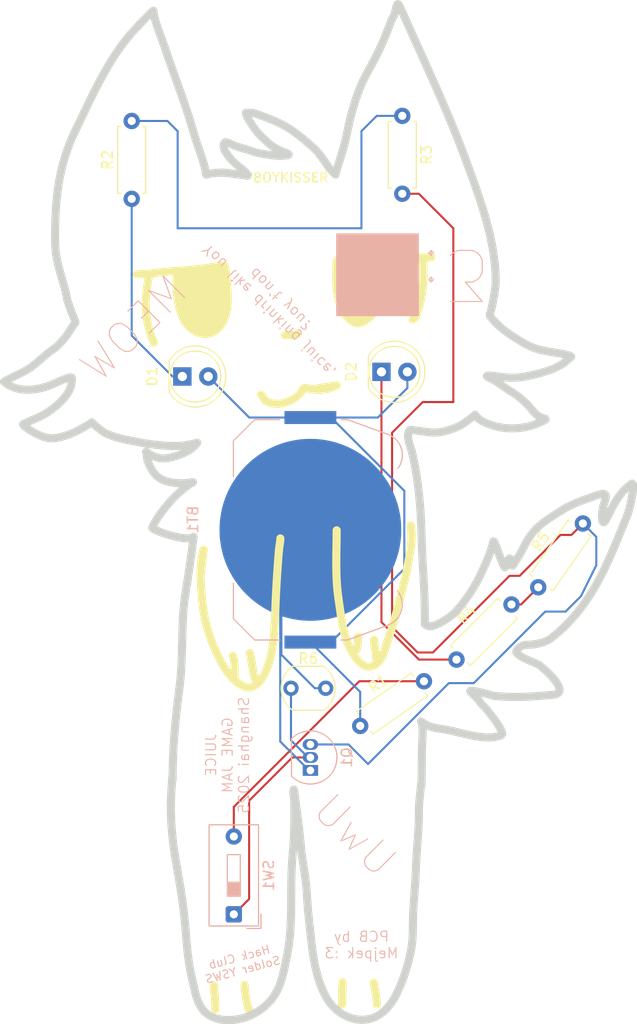
<source format=kicad_pcb>
(kicad_pcb (version 20241229) (generator "pcbnew") (generator_version "9.0")
  (title_block (comment 4 "AISLER Project ID: LVLTQZAX"))
  (layers (0 "F.Cu" signal) (2 "B.Cu" signal) (13 "F.Paste" user) (15 "B.Paste" user) (5 "F.SilkS" user "F.Silkscreen") (7 "B.SilkS" user "B.Silkscreen") (1 "F.Mask" user) (3 "B.Mask" user) (25 "Edge.Cuts" user))
  (net 0 "")
  (net 1 "Earth")
  (net 2 "+3V0")
  (net 3 "Net-(D1-K)")
  (net 4 "Net-(D2-K)")
  (net 5 "Net-(Q1-B)")
  (net 6 "Net-(Q1-C)")
  (net 7 "Net-(R2-Pad2)")
  (net 8 "Net-(R4-Pad2)")
  (net 9 "Net-(SW1-B)")
  (footprint "Resistor_THT:R_Axial_DIN0207_L6.3mm_D2.5mm_P7.62mm_Horizontal" (layer "F.Cu") (at 151.805844 119.639234 35)
    (property "Reference" "R1")
    (property "Value" "47k")
  )
  (footprint "LED_THT:LED_D5.0mm" (layer "F.Cu") (at 134.386813 85.453907)
    (property "Reference" "D1")
    (property "Value" "LED")
  )
  (footprint "Resistor_THT:R_Axial_DIN0207_L6.3mm_D2.5mm_P7.62mm_Horizontal" (layer "F.Cu") (at 129.426813 68.073907 90)
    (property "Reference" "R2")
    (property "Value" "220")
  )
  (footprint "OptoDevice:R_LDR_5.1x4.3mm_P3.4mm_Vertical" (layer "F.Cu") (at 145.026813 115.953907)
    (property "Reference" "R6")
    (property "Value" "R_Photo")
  )
  (footprint "Resistor_THT:R_Axial_DIN0207_L6.3mm_D2.5mm_P7.62mm_Horizontal" (layer "F.Cu") (at 155.926813 59.953907 -90)
    (property "Reference" "R3")
    (property "Value" "220")
  )
  (footprint "Resistor_THT:R_Axial_DIN0207_L6.3mm_D2.5mm_P7.62mm_Horizontal" (layer "F.Cu") (at 169.241487 106.074877 55)
    (property "Reference" "R5")
    (property "Value" "220")
  )
  (footprint "MountingHole:MountingHole_2.1mm" (layer "F.Cu") (at 144.926813 68.953907)
    (property "Reference" "BOYKISSER")
    (property "Value" "MountingHole_2.1mm")
  )
  (footprint "Resistor_THT:R_Axial_DIN0207_L6.3mm_D2.5mm_P7.62mm_Horizontal" (layer "F.Cu") (at 161.232736 113.147984 45)
    (property "Reference" "R4")
    (property "Value" "220")
  )
  (footprint "LED_THT:LED_D5.0mm" (layer "F.Cu") (at 153.886813 85)
    (property "Reference" "D2")
    (property "Value" "LED")
  )
  (footprint "Package_TO_SOT_THT:TO-92_Inline" (layer "B.Cu") (at 146.926813 123.993907 90)
    (property "Reference" "Q1")
    (property "Value" "2N3904")
  )
  (footprint "Button_Switch_THT:SW_DIP_SPSTx01_Slide_9.78x4.72mm_W7.62mm_P2.54mm" (layer "B.Cu") (at 139.426813 138.073907 90)
    (property "Reference" "SW1")
    (property "Value" "SW_SPST")
  )
  (footprint "Battery:BatteryHolder_Keystone_3034_1x20mm" (layer "B.Cu") (at 146.926813 100.453907 -90)
    (property "Reference" "BT1")
    (property "Value" "Battery_Cell")
  )
  (gr_curve (pts (xy 150.044349 146.644102) (xy 150.044349 146.371812) (xy 150.068241 146.08784) (xy 150.036835 145.816509)) (stroke (width 0.793749) (color 255 255 255 1)) (layer "F.SilkS"))
  (gr_curve (pts (xy 141 147.5) (xy 140.744833 147.468065) (xy 140.485457 145.362659) (xy 140.485457 144.976378)) (stroke (width 0.793749) (color 255 255 255 1)) (layer "F.SilkS"))
  (gr_curve (pts (xy 149.467455 76.007813) (xy 149.467455 77.038073) (xy 149.636313 78.081855) (xy 150.112616 79.009298)) (stroke (width 0.793749) (color 255 255 255 1)) (layer "F.SilkS"))
  (gr_curve (pts (xy 156.83864 101.081287) (xy 156.83864 101.929279) (xy 156.669043 102.70927) (xy 156.542044 103.507782)) (stroke (width 0.793749) (color 255 255 255 1)) (layer "F.SilkS"))
  (gr_curve (pts (xy 152.908123 113.814094) (xy 151.897574 114.107254) (xy 151.02138 112.548332) (xy 150.697872 111.820988)) (stroke (width 0.793749) (color 255 255 255 1)) (layer "F.SilkS"))
  (gr_curve (pts (xy 131.212383 81.139698) (xy 131.3103 81.485878) (xy 131.512357 81.802531) (xy 131.598053 82.143368)) (stroke (width 0.793749) (color 255 255 255 1)) (layer "F.SilkS"))
  (gr_curve (pts (xy 150.036835 145.816509) (xy 149.993337 145.441132) (xy 150.07827 145.083516) (xy 150.07827 144.711795)) (stroke (width 0.793749) (color 255 255 255 1)) (layer "F.SilkS"))
  (gr_curve (pts (xy 133.997771 75.155669) (xy 133.74983 75.186467) (xy 133.826374 76.153042) (xy 133.826374 76.296605)) (stroke (width 0.793749) (color 255 255 255 1)) (layer "F.SilkS"))
  (gr_curve (pts (xy 156.542044 103.507782) (xy 156.290688 105.090786) (xy 155.827801 106.669552) (xy 155.43701 108.22398)) (stroke (width 0.793749) (color 255 255 255 1)) (layer "F.SilkS"))
  (gr_curve (pts (xy 144.453733 81.419018) (xy 144.876511 81.419018) (xy 145.289155 81.412695) (xy 145.696455 81.291198)) (stroke (width 0.793749) (color 255 255 255 1)) (layer "F.SilkS"))
  (gr_curve (pts (xy 156.761381 100.002054) (xy 156.83864 100.436237) (xy 156.83864 100.696056) (xy 156.83864 101.081287)) (stroke (width 0.793749) (color 255 255 255 1)) (layer "F.SilkS"))
  (gr_curve (pts (xy 146.26306 86.617182) (xy 146.341852 86.476183) (xy 146.92457 86.694281) (xy 147.05821 86.711874)) (stroke (width 0.793749) (color 255 255 255 1)) (layer "F.SilkS"))
  (gr_line (start 157.823683 73.877414) (end 158.766394 73.792219) (stroke (width 0.793749)) (layer "F.SilkS"))
  (gr_line (start 137.5 145.041486) (end 137.554313 146) (stroke (width 0.793749)) (layer "F.SilkS"))
  (gr_curve (pts (xy 142.818212 87.983013) (xy 143.401168 88.189096) (xy 144.028918 88.15888) (xy 144.610869 87.952242)) (stroke (width 0.793749) (color 255 255 255 1)) (layer "F.SilkS"))
  (gr_curve (pts (xy 138.763896 76.433898) (xy 138.725371 75.969951) (xy 138.696083 75.47444) (xy 138.616311 75.018377)) (stroke (width 0.793749) (color 255 255 255 1)) (layer "F.SilkS"))
  (gr_poly (pts (xy 150.99078 74.153041) (xy 151.019209 74.153692) (xy 151.034667 74.154514) (xy 151.050134 74.155861) (xy 151.065609 74.157665) (xy 151.081091 74.159855) (xy 151.112071 74.165115) (xy 151.143065 74.171085) (xy 151.174065 74.177208) (xy 151.205062 74.182926) (xy 151.236049 74.187682) (xy 151.251536 74.189525) (xy 151.267017 74.190919) (xy 151.286541 74.191968) (xy 151.306165 74.192307) (xy 151.32587 74.192056) (xy 151.345637 74.191334) (xy 151.385284 74.188953) (xy 151.424955 74.18612) (xy 151.4645 74.183789) (xy 151.484178 74.183111) (xy 151.503767 74.182916) (xy 151.52325 74.183324) (xy 151.542607 74.184454) (xy 151.561819 74.186425) (xy 151.580868 74.189358) (xy 151.703072 74.212535) (xy 151.764207 74.223977) (xy 151.825469 74.234582) (xy 151.886936 74.243795) (xy 151.948689 74.251062) (xy 151.979696 74.253793) (xy 152.010805 74.255829) (xy 152.042023 74.257101) (xy 152.073362 74.257541) (xy 152.104029 74.258003) (xy 152.132765 74.259463) (xy 152.146575 74.260601) (xy 152.160103 74.26203) (xy 152.173413 74.263762) (xy 152.186574 74.265813) (xy 152.199652 74.268194) (xy 152.212712 74.270921) (xy 152.225823 74.274007) (xy 152.239049 74.277465) (xy 152.252459 74.28131) (xy 152.266117 74.285554) (xy 152.294449 74.295297) (xy 152.306818 74.30002) (xy 152.318938 74.305036) (xy 152.342627 74.315629) (xy 152.365917 74.326438) (xy 152.389209 74.336823) (xy 152.40098 74.341658) (xy 152.412902 74.346148) (xy 152.425024 74.350212) (xy 152.437397 74.353772) (xy 152.450071 74.356746) (xy 152.463096 74.359056) (xy 152.476522 74.360622) (xy 152.490398 74.361363) (xy 152.583014 74.363189) (xy 152.629706 74.363533) (xy 152.676467 74.363087) (xy 152.723153 74.36154) (xy 152.769623 74.358584) (xy 152.815734 74.35391) (xy 152.838611 74.350832) (xy 152.861345 74.347208) (xy 153.027456 74.315191) (xy 153.070009 74.307818) (xy 153.112276 74.301708) (xy 153.133194 74.299284) (xy 153.153909 74.297366) (xy 153.17438 74.296016) (xy 153.194561 74.295297) (xy 153.232492 74.295076) (xy 153.270348 74.295795) (xy 153.34588 74.299545) (xy 153.421235 74.305523) (xy 153.496493 74.312707) (xy 153.571732 74.320075) (xy 153.647031 74.326603) (xy 153.72247 74.331271) (xy 153.760267 74.332586) (xy 153.798128 74.333053) (xy 153.831426 74.332368) (xy 153.866139 74.330808) (xy 153.901743 74.329113) (xy 153.937713 74.328026) (xy 153.955672 74.327943) (xy 153.973526 74.328289) (xy 153.991209 74.329158) (xy 154.008657 74.330642) (xy 154.025803 74.332835) (xy 154.042581 74.335829) (xy 154.058928 74.339716) (xy 154.074776 74.344589) (xy 154.078935 74.346289) (xy 154.083002 74.348457) (xy 154.086978 74.351068) (xy 154.090863 74.354095) (xy 154.094655 74.35751) (xy 154.098356 74.361287) (xy 154.101964 74.3654) (xy 154.10548 74.369821) (xy 154.112235 74.37948) (xy 154.118619 74.390052) (xy 154.12463 74.401321) (xy 154.130267 74.413073) (xy 154.135529 74.425094) (xy 154.140414 74.43717) (xy 154.14905 74.460626) (xy 154.161745 74.498762) (xy 154.170793 74.527406) (xy 154.178955 74.556228) (xy 154.186273 74.585215) (xy 154.192789 74.614353) (xy 154.198543 74.643627) (xy 154.203579 74.673025) (xy 154.207937 74.702532) (xy 154.211659 74.732134) (xy 154.217363 74.79157) (xy 154.221024 74.85122) (xy 154.222976 74.910976) (xy 154.223553 74.970725) (xy 154.223901 75.049519) (xy 154.223814 75.088885) (xy 154.223086 75.128195) (xy 154.221371 75.167423) (xy 154.218318 75.20654) (xy 154.216181 75.226049) (xy 154.213578 75.24552) (xy 154.210468 75.26495) (xy 154.206804 75.284336) (xy 154.205191 75.29222) (xy 154.191273 75.361725) (xy 154.184822 75.396758) (xy 154.179022 75.431931) (xy 154.174105 75.467206) (xy 154.170305 75.502549) (xy 154.167854 75.537921) (xy 154.167207 75.555607) (xy 154.166985 75.573288) (xy 154.167046 75.658115) (xy 154.166706 75.700126) (xy 154.16575 75.741979) (xy 154.1639 75.783755) (xy 154.160878 75.825536) (xy 154.156407 75.867404) (xy 154.153541 75.888396) (xy 154.150209 75.909441) (xy 154.143213 75.947979) (xy 154.135471 75.986352) (xy 154.118521 76.062786) (xy 154.100912 76.139112) (xy 154.092345 76.177349) (xy 154.084194 76.215696) (xy 154.080332 76.235923) (xy 154.076978 76.256132) (xy 154.071412 76.296498) (xy 154.062198 76.377016) (xy 154.057035 76.417165) (xy 154.053983 76.437212) (xy 154.05049 76.45724) (xy 154.046462 76.47725) (xy 154.041805 76.49724) (xy 154.036423 76.517212) (xy 154.030222 76.537165) (xy 154.015146 76.581087) (xy 153.999408 76.624759) (xy 153.966791 76.711667) (xy 153.93406 76.79851) (xy 153.91818 76.842102) (xy 153.902905 76.885912) (xy 153.867166 76.993599) (xy 153.832596 77.101588) (xy 153.765512 77.318059) (xy 153.698756 77.534516) (xy 153.629431 77.750147) (xy 153.580249 77.899322) (xy 153.532345 78.048977) (xy 153.486351 78.199202) (xy 153.442898 78.35009) (xy 153.422622 78.417577) (xy 153.411036 78.452105) (xy 153.398484 78.486936) (xy 153.384966 78.521904) (xy 153.370483 78.556843) (xy 153.355035 78.591587) (xy 153.338621 78.625971) (xy 153.321241 78.659829) (xy 153.302896 78.692995) (xy 153.283585 78.725305) (xy 153.263309 78.756591) (xy 153.242067 78.786689) (xy 153.21986 78.815433) (xy 153.196687 78.842658) (xy 153.172548 78.868196) (xy 153.158822 78.882214) (xy 153.14535 78.896482) (xy 153.119013 78.925623) (xy 153.093232 78.955326) (xy 153.0677 78.985301) (xy 153.042111 79.015256) (xy 153.016159 79.0449) (xy 152.989537 79.073941) (xy 152.975879 79.088145) (xy 152.961939 79.102088) (xy 152.947465 79.116631) (xy 152.932814 79.131842) (xy 152.917953 79.147388) (xy 152.902848 79.162936) (xy 152.887467 79.178154) (xy 152.879662 79.185535) (xy 152.871776 79.19271) (xy 152.863804 79.199635) (xy 152.855742 79.206271) (xy 152.847587 79.212574) (xy 152.839333 79.218505) (xy 152.833909 79.22215) (xy 152.828429 79.225666) (xy 152.817373 79.23244) (xy 152.806322 79.239083) (xy 152.79543 79.245852) (xy 152.790092 79.249365) (xy 152.784853 79.253005) (xy 152.779731 79.256805) (xy 152.774746 79.260798) (xy 152.769918 79.265015) (xy 152.765267 79.269488) (xy 152.76081 79.27425) (xy 152.756569 79.279333) (xy 152.738302 79.301318) (xy 152.718937 79.32231) (xy 152.6986 79.342417) (xy 152.677419 79.361747) (xy 152.655519 79.380408) (xy 152.633028 79.398509) (xy 152.586777 79.433462) (xy 152.492746 79.501403) (xy 152.469658 79.518609) (xy 152.446992 79.53612) (xy 152.424873 79.554045) (xy 152.403429 79.572491) (xy 152.248403 79.720608) (xy 152.227797 79.738167) (xy 152.206662 79.754881) (xy 152.184922 79.770563) (xy 152.162499 79.785021) (xy 152.139316 79.798067) (xy 152.127417 79.804001) (xy 152.115298 79.809511) (xy 152.102951 79.814573) (xy 152.090367 79.819163) (xy 152.077535 79.823258) (xy 152.064446 79.826835) (xy 152.054554 79.829563) (xy 152.044798 79.832716) (xy 152.035157 79.836229) (xy 152.02561 79.840038) (xy 152.006719 79.848289) (xy 151.987958 79.856958) (xy 151.969164 79.865532) (xy 151.959703 79.869624) (xy 151.950172 79.8735) (xy 151.94055 79.877097) (xy 151.930817 79.880351) (xy 151.920952 79.883197) (xy 151.910934 79.885572) (xy 151.900407 79.88758) (xy 151.889658 79.88929) (xy 151.867651 79.892061) (xy 151.822716 79.896741) (xy 151.800421 79.899639) (xy 151.789455 79.901444) (xy 151.778664 79.903569) (xy 151.768086 79.906076) (xy 151.757761 79.909025) (xy 151.747729 79.91248) (xy 151.73803 79.916502) (xy 151.712425 79.927527) (xy 151.686898 79.937288) (xy 151.661453 79.945809) (xy 151.636095 79.953116) (xy 151.61083 79.959233) (xy 151.585664 79.964185) (xy 151.560601 79.967996) (xy 151.535648 79.970693) (xy 151.48609 79.97284) (xy 151.437034 79.970825) (xy 151.388522 79.964845) (xy 151.340599 79.955101) (xy 151.293307 79.941791) (xy 151.246689 79.925114) (xy 151.200789 79.905268) (xy 151.15565 79.882454) (xy 151.111316 79.856868) (xy 151.067829 79.828711) (xy 151.025232 79.798182) (xy 150.98357 79.765478) (xy 150.974142 79.757455) (xy 150.964933 79.749052) (xy 150.955917 79.740316) (xy 150.94707 79.731291) (xy 150.938369 79.722024) (xy 150.929789 79.712559) (xy 150.912893 79.69322) (xy 150.879479 79.654176) (xy 150.862572 79.6352) (xy 150.853984 79.626008) (xy 150.845272 79.617073) (xy 150.826965 79.599421) (xy 150.807266 79.581301) (xy 150.786828 79.562723) (xy 150.766307 79.543701) (xy 150.75622 79.534026) (xy 150.746357 79.524245) (xy 150.7368 79.514359) (xy 150.727631 79.504369) (xy 150.718932 79.494277) (xy 150.710784 79.484084) (xy 150.70327 79.473792) (xy 150.69647 79.463403) (xy 150.68918 79.452131) (xy 150.680971 79.440474) (xy 150.671945 79.428512) (xy 150.662203 79.416324) (xy 150.651849 79.40399) (xy 150.640985 79.39159) (xy 150.629711 79.379203) (xy 150.618131 79.366909) (xy 150.594461 79.342918) (xy 150.57079 79.320253) (xy 150.547935 79.299551) (xy 150.526714 79.281449) (xy 150.516704 79.272879) (xy 150.507062 79.264012) (xy 150.49776 79.25487) (xy 150.488769 79.245474) (xy 150.480061 79.235847) (xy 150.471606 79.226011) (xy 150.463377 79.215987) (xy 150.455343 79.205798) (xy 150.43975 79.185013) (xy 150.424596 79.16383) (xy 150.394688 79.120979) (xy 150.387477 79.111029) (xy 150.379965 79.101193) (xy 150.364279 79.081742) (xy 150.331975 79.042907) (xy 150.324061 79.033041) (xy 150.316334 79.023053) (xy 150.308855 79.012914) (xy 150.301685 79.002594) (xy 150.294885 78.992065) (xy 150.288516 78.981296) (xy 150.28264 78.970258) (xy 150.277317 78.958922) (xy 150.255945 78.910854) (xy 150.233828 78.863047) (xy 150.222478 78.83935) (xy 150.210927 78.815849) (xy 150.199169 78.792589) (xy 150.187201 78.769612) (xy 150.163198 78.723462) (xy 150.151457 78.700105) (xy 150.139982 78.676572) (xy 150.128843 78.65287) (xy 150.11811 78.629007) (xy 150.107853 78.604992) (xy 150.098141 78.580832) (xy 150.093847 78.569044) (xy 150.089963 78.556984) (xy 150.086413 78.544698) (xy 150.083122 78.53223) (xy 150.071036 78.481435) (xy 150.06458 78.456108) (xy 150.060985 78.443619) (xy 150.057044 78.431305) (xy 150.052682 78.419211) (xy 150.047822 78.407382) (xy 150.04239 78.395862) (xy 150.03631 78.384697) (xy 150.0289 78.371042) (xy 150.02222 78.356816) (xy 150.016157 78.342108) (xy 150.010599 78.327005) (xy 150.000543 78.295969) (xy 149.991145 78.264414) (xy 149.981499 78.233047) (xy 149.9763 78.217654) (xy 149.970699 78.202573) (xy 149.964583 78.187891) (xy 149.957839 78.173698) (xy 149.950353 78.160081) (xy 149.942013 78.147128) (xy 149.937173 78.139907) (xy 149.932695 78.132617) (xy 149.924755 78.117842) (xy 149.918058 78.10282) (xy 149.912472 78.087572) (xy 149.907862 78.072116) (xy 149.904094 78.056471) (xy 149.901035 78.040657) (xy 149.898551 78.024692) (xy 149.894773 77.992387) (xy 149.89169 77.959708) (xy 149.888231 77.926809) (xy 149.886027 77.910324) (xy 149.883328 77.893842) (xy 149.87732 77.856346) (xy 149.87281 77.818918) (xy 149.869621 77.781543) (xy 149.867573 77.744204) (xy 149.866188 77.669574) (xy 149.867227 77.594906) (xy 149.870869 77.444958) (xy 149.870618 77.369431) (xy 149.869349 77.331475) (xy 149.867081 77.29337) (xy 149.86552 77.279148) (xy 149.863062 77.265252) (xy 149.85984 77.251635) (xy 149.855991 77.238247) (xy 149.851648 77.225041) (xy 149.846948 77.211967) (xy 149.837015 77.186022) (xy 149.827271 77.160025) (xy 149.822808 77.146886) (xy 149.818798 77.133588) (xy 149.815375 77.120083) (xy 149.812675 77.106323) (xy 149.810833 77.092258) (xy 149.809984 77.077841) (xy 149.807549 76.997924) (xy 149.804408 76.918367) (xy 149.801694 76.838834) (xy 149.80085 76.798972) (xy 149.800537 76.758991) (xy 149.800276 76.71936) (xy 149.799455 76.679424) (xy 149.798017 76.639304) (xy 149.795905 76.59912) (xy 149.793062 76.558992) (xy 149.789433 76.519039) (xy 149.784959 76.479383) (xy 149.779585 76.440142) (xy 149.773231 76.391839) (xy 149.768132 76.343016) (xy 149.759264 76.244661) (xy 149.754279 76.195552) (xy 149.748115 76.146772) (xy 149.7444 76.122571) (xy 149.740163 76.098532) (xy 149.735327 76.074681) (xy 149.729816 76.051045) (xy 149.723884 76.024996) (xy 149.719004 75.99891) (xy 149.715059 75.97279) (xy 149.711929 75.946639) (xy 149.709496 75.920461) (xy 149.70764 75.894257) (xy 149.705187 75.841787) (xy 149.701982 75.736676) (xy 149.699328 75.684083) (xy 149.697323 75.657787) (xy 149.694706 75.631496) (xy 149.684114 75.537753) (xy 149.679318 75.488983) (xy 149.675599 75.43968) (xy 149.673516 75.390394) (xy 149.673262 75.365929) (xy 149.673627 75.341675) (xy 149.67468 75.317701) (xy 149.676491 75.294075) (xy 149.67913 75.270865) (xy 149.682667 75.248141) (xy 149.687469 75.218316) (xy 149.691365 75.188106) (xy 149.694436 75.157565) (xy 149.696766 75.126743) (xy 149.699528 75.064462) (xy 149.700311 75.001672) (xy 149.696821 74.753635) (xy 149.697276 74.711192) (xy 149.698686 74.668418) (xy 149.701115 74.625465) (xy 149.70463 74.582483) (xy 149.709298 74.539622) (xy 149.715184 74.497033) (xy 149.722353 74.454867) (xy 149.730873 74.413275) (xy 149.734033 74.40343) (xy 149.740905 74.384295) (xy 149.750257 74.359479) (xy 149.760858 74.332587) (xy 149.771476 74.307227) (xy 149.78088 74.287005) (xy 149.784742 74.279949) (xy 149.787838 74.27553) (xy 149.789051 74.27445) (xy 149.790015 74.274198) (xy 149.790711 74.274832) (xy 149.791119 74.276406) (xy 149.793023 74.277403) (xy 149.796378 74.278107) (xy 149.807078 74.278707) (xy 149.822492 74.278342) (xy 149.841892 74.277151) (xy 149.889748 74.272832) (xy 149.944833 74.266845) (xy 150.053433 74.254242) (xy 150.095323 74.249814) (xy 150.121187 74.248095) (xy 150.566534 74.172583) (xy 150.623378 74.171557) (xy 150.680012 74.168895) (xy 150.792922 74.161173) (xy 150.849333 74.157367) (xy 150.905806 74.154434) (xy 150.962409 74.153)) (stroke (width 0.793749) (color 255 255 255 1)) (fill yes) (layer "F.SilkS"))
  (gr_curve (pts (xy 129.926813 75.453907) (xy 130.71313 75.453907) (xy 131.493569 75.344344) (xy 132.274169 75.259809)) (stroke (width 0.793749) (color 255 255 255 1)) (layer "F.SilkS"))
  (gr_curve (pts (xy 136.481256 102.392036) (xy 136.240326 103.004017) (xy 136.144759 104.371117) (xy 136.172831 105.013)) (stroke (width 0.793749) (color 255 255 255 1)) (layer "F.SilkS"))
  (gr_curve (pts (xy 130.793381 78.469602) (xy 130.828764 79.375455) (xy 130.965718 80.267683) (xy 131.212383 81.139698)) (stroke (width 0.793749) (color 255 255 255 1)) (layer "F.SilkS"))
  (gr_line (start 150.07827 144.711795) (end 150.044349 146.644102) (stroke (width 0.793749)) (layer "F.SilkS"))
  (gr_curve (pts (xy 150.112616 79.009298) (xy 150.38958 79.548626) (xy 151.066544 80.388994) (xy 151.762423 80.221275)) (stroke (width 0.793749) (color 255 255 255 1)) (layer "F.SilkS"))
  (gr_curve (pts (xy 157.992752 75.136725) (xy 158.014448 75.858985) (xy 157.957829 76.608205) (xy 157.866547 77.323929)) (stroke (width 0.793749) (color 255 255 255 1)) (layer "F.SilkS"))
  (gr_curve (pts (xy 153.368254 113.095) (xy 153.368254 112.452758) (xy 153.162037 111.824989) (xy 153.162037 111.19)) (stroke (width 0.793749) (color 255 255 255 1)) (layer "F.SilkS"))
  (gr_line (start 129.926813 75.453907) (end 131.160594 75.411072) (stroke (width 0.793749)) (layer "F.SilkS"))
  (gr_curve (pts (xy 154.380291 111.672825) (xy 154.092663 112.540924) (xy 153.894728 113.528084) (xy 152.908123 113.814094)) (stroke (width 0.793749) (color 255 255 255 1)) (layer "F.SilkS"))
  (gr_curve (pts (xy 155.43701 108.22398) (xy 155.143852 109.389732) (xy 154.758194 110.53194) (xy 154.380291 111.672825)) (stroke (width 0.793749) (color 255 255 255 1)) (layer "F.SilkS"))
  (gr_curve (pts (xy 147.05821 86.711874) (xy 147.882547 86.820354) (xy 148.780172 86.733755) (xy 149.510319 86.318941)) (stroke (width 0.793749) (color 255 255 255 1)) (layer "F.SilkS"))
  (gr_curve (pts (xy 154.623997 73.995789) (xy 156.005203 73.95417) (xy 157.384741 73.792219) (xy 158.766394 73.792219)) (stroke (width 0.793749) (color 255 255 255 1)) (layer "F.SilkS"))
  (gr_curve (pts (xy 131.160594 75.411072) (xy 130.997727 76.187385) (xy 130.762309 77.674025) (xy 130.793381 78.469602)) (stroke (width 0.793749) (color 255 255 255 1)) (layer "F.SilkS"))
  (gr_curve (pts (xy 151.320733 112.34125) (xy 151.609315 112.017397) (xy 151.582697 111.328991) (xy 151.582697 110.9125)) (stroke (width 0.793749) (color 255 255 255 1)) (layer "F.SilkS"))
  (gr_curve (pts (xy 157.866547 77.323929) (xy 157.786112 77.954352) (xy 157.579474 78.524449) (xy 157.416491 79.134764)) (stroke (width 0.793749) (color 255 255 255 1)) (layer "F.SilkS"))
  (gr_curve (pts (xy 139.5 115) (xy 139.5 114.306659) (xy 139.558531 113.433984) (xy 139.345338 112.7775)) (stroke (width 0.793749) (color 255 255 255 1)) (layer "F.SilkS"))
  (gr_curve (pts (xy 137.602907 147.359077) (xy 137.653104 146.906878) (xy 137.588498 146.461923) (xy 137.554313 146)) (stroke (width 0.793749) (color 255 255 255 1)) (layer "F.SilkS"))
  (gr_curve (pts (xy 141.261948 113.899354) (xy 141.198371 113.433793) (xy 141.112839 112.955911) (xy 141 112.5)) (stroke (width 0.793749) (color 255 255 255 1)) (layer "F.SilkS"))
  (gr_curve (pts (xy 132.274169 75.259809) (xy 133.567109 75.119792) (xy 134.868171 75.081797) (xy 136.159443 74.921328)) (stroke (width 0.793749) (color 255 255 255 1)) (layer "F.SilkS"))
  (gr_curve (pts (xy 140.352507 115.747143) (xy 141.727308 116.418125) (xy 142.58432 114.422111) (xy 142.877346 113.453205)) (stroke (width 0.793749) (color 255 255 255 1)) (layer "F.SilkS"))
  (gr_curve (pts (xy 153.624138 78.408059) (xy 154.034666 77.333852) (xy 154.352615 76.225433) (xy 154.352615 75.070447)) (stroke (width 0.793749) (color 255 255 255 1)) (layer "F.SilkS"))
  (gr_curve (pts (xy 136.159443 74.921328) (xy 136.933323 74.825125) (xy 137.673494 74.644362) (xy 138.454413 74.644362)) (stroke (width 0.793749) (color 255 255 255 1)) (layer "F.SilkS"))
  (gr_curve (pts (xy 151.419603 74.038387) (xy 152.487831 74.002694) (xy 153.556034 74.027962) (xy 154.623997 73.995789)) (stroke (width 0.793749) (color 255 255 255 1)) (layer "F.SilkS"))
  (gr_line (start 138.497274 74.601764) (end 138.454413 74.644362) (stroke (width 0.793749)) (layer "F.SilkS"))
  (gr_curve (pts (xy 149.681503 107.205334) (xy 149.34437 104.970398) (xy 149.5 102.74049) (xy 149.5 100.5)) (stroke (width 0.793749) (color 255 255 255 1)) (layer "F.SilkS"))
  (gr_curve (pts (xy 142.096878 87.213711) (xy 142.31635 87.5047) (xy 142.429221 87.845482) (xy 142.818212 87.983013)) (stroke (width 0.793749) (color 255 255 255 1)) (layer "F.SilkS"))
  (gr_curve (pts (xy 143.546847 106.964561) (xy 143.622651 105.476021) (xy 143.721974 103.972389) (xy 143.841302 102.489139)) (stroke (width 0.793749) (color 255 255 255 1)) (layer "F.SilkS"))
  (gr_curve (pts (xy 143.841302 102.489139) (xy 143.873105 102.093849) (xy 143.982457 101.689037) (xy 143.982457 101.294014)) (stroke (width 0.793749) (color 255 255 255 1)) (layer "F.SilkS"))
  (gr_curve (pts (xy 137.554313 146) (xy 137.536187 145.755067) (xy 137.360596 145.250774) (xy 137.5 145.041486)) (stroke (width 0.793749) (color 255 255 255 1)) (layer "F.SilkS"))
  (gr_line (start 149.510319 86.318941) (end 147.05821 86.711874) (stroke (width 0.793749)) (layer "F.SilkS"))
  (gr_curve (pts (xy 157.823683 73.877414) (xy 158.046198 74.123212) (xy 157.982964 74.816262) (xy 157.992752 75.136725)) (stroke (width 0.793749) (color 255 255 255 1)) (layer "F.SilkS"))
  (gr_curve (pts (xy 150.010456 146.883521) (xy 150.066256 146.82068) (xy 150.044349 146.722673) (xy 150.044349 146.644102)) (stroke (width 0.793749) (color 255 255 255 1)) (layer "F.SilkS"))
  (gr_curve (pts (xy 137.702625 112.402546) (xy 138.308945 113.697678) (xy 138.998238 115.086212) (xy 140.352507 115.747143)) (stroke (width 0.793749) (color 255 255 255 1)) (layer "F.SilkS"))
  (gr_curve (pts (xy 157.416491 79.134764) (xy 157.346905 79.395801) (xy 157.224402 79.81043) (xy 156.923838 79.885149)) (stroke (width 0.793749) (color 255 255 255 1)) (layer "F.SilkS"))
  (gr_curve (pts (xy 149.596016 74.090457) (xy 149.418083 74.112575) (xy 149.467455 75.828584) (xy 149.467455 76.007813)) (stroke (width 0.793749) (color 255 255 255 1)) (layer "F.SilkS"))
  (gr_curve (pts (xy 142.877346 113.453205) (xy 143.48348 111.448986) (xy 143.440855 109.046303) (xy 143.546847 106.964561)) (stroke (width 0.793749) (color 255 255 255 1)) (layer "F.SilkS"))
  (gr_curve (pts (xy 150.697872 111.820988) (xy 150.057369 110.381126) (xy 149.913437 108.742828) (xy 149.681503 107.205334)) (stroke (width 0.793749) (color 255 255 255 1)) (layer "F.SilkS"))
  (gr_curve (pts (xy 151.762423 80.221275) (xy 152.55419 80.030432) (xy 153.344446 79.139897) (xy 153.624138 78.408059)) (stroke (width 0.793749) (color 255 255 255 1)) (layer "F.SilkS"))
  (gr_line (start 149.596016 74.047859) (end 149.596016 74.090457) (stroke (width 0.793749)) (layer "F.SilkS"))
  (gr_curve (pts (xy 141.576283 115.145833) (xy 141.361196 114.901411) (xy 141.30617 114.223204) (xy 141.261948 113.899354)) (stroke (width 0.793749) (color 255 255 255 1)) (layer "F.SilkS"))
  (gr_curve (pts (xy 133.826374 76.296605) (xy 133.826374 77.52115) (xy 133.957634 78.675077) (xy 134.481059 79.799927)) (stroke (width 0.793749) (color 255 255 255 1)) (layer "F.SilkS"))
  (gr_line (start 136.481256 102.392036) (end 136.172831 105.013) (stroke (width 0.793749)) (layer "F.SilkS"))
  (gr_curve (pts (xy 149.596016 74.047859) (xy 150.203234 74.075296) (xy 150.811483 74.058707) (xy 151.419603 74.038387)) (stroke (width 0.793749) (color 255 255 255 1)) (layer "F.SilkS"))
  (gr_curve (pts (xy 136.172831 105.013) (xy 136.297132 107.855678) (xy 136.504301 109.843231) (xy 137.702625 112.402546)) (stroke (width 0.793749) (color 255 255 255 1)) (layer "F.SilkS"))
  (gr_curve (pts (xy 134.481059 79.799927) (xy 135.079043 81.085008) (xy 136.738933 81.884367) (xy 137.894951 80.734938)) (stroke (width 0.793749) (color 255 255 255 1)) (layer "F.SilkS"))
  (gr_curve (pts (xy 154.352615 75.070447) (xy 154.352615 74.757656) (xy 154.450432 73.853311) (xy 154.309778 74.133081)) (stroke (width 0.793749) (color 255 255 255 1)) (layer "F.SilkS"))
  (gr_poly (pts (xy 138.056795 74.921138) (xy 138.063411 74.9216) (xy 138.06981 74.922489) (xy 138.075972 74.923834) (xy 138.081878 74.925667) (xy 138.087508 74.928018) (xy 138.092842 74.930918) (xy 138.09786 74.934398) (xy 138.108016 74.94291) (xy 138.117504 74.952082) (xy 138.126346 74.961878) (xy 138.134565 74.972262) (xy 138.142184 74.9832) (xy 138.149226 74.994655) (xy 138.155713 75.006593) (xy 138.161668 75.018977) (xy 138.167113 75.031773) (xy 138.172072 75.044944) (xy 138.18062 75.072273) (xy 138.187492 75.100679) (xy 138.192872 75.129879) (xy 138.196939 75.15959) (xy 138.199876 75.189527) (xy 138.201863 75.219407) (xy 138.203082 75.248947) (xy 138.203941 75.305868) (xy 138.203905 75.358023) (xy 138.204462 75.423263) (xy 138.205418 75.458041) (xy 138.207054 75.49339) (xy 138.209543 75.528656) (xy 138.213058 75.563189) (xy 138.217771 75.596337) (xy 138.22063 75.612188) (xy 138.223854 75.627447) (xy 138.240743 75.696691) (xy 138.249787 75.735249) (xy 138.257897 75.774897) (xy 138.261289 75.79477) (xy 138.264073 75.814484) (xy 138.266124 75.833895) (xy 138.267316 75.852859) (xy 138.267525 75.871233) (xy 138.266626 75.888873) (xy 138.264493 75.905634) (xy 138.261002 75.921373) (xy 138.253779 75.95355) (xy 138.249341 75.987226) (xy 138.247429 76.022182) (xy 138.247783 76.058198) (xy 138.250144 76.095053) (xy 138.254253 76.132526) (xy 138.259851 76.170399) (xy 138.266677 76.208449) (xy 138.28298 76.284205) (xy 138.301088 76.358031) (xy 138.318928 76.428166) (xy 138.334423 76.492847) (xy 138.366209 76.643834) (xy 138.396379 76.795391) (xy 138.427289 76.94672) (xy 138.443757 77.02205) (xy 138.461292 77.097023) (xy 138.498572 77.246544) (xy 138.517653 77.328741) (xy 138.534542 77.41322) (xy 138.541581 77.455688) (xy 138.547373 77.497974) (xy 138.551683 77.539827) (xy 138.55428 77.580997) (xy 138.554929 77.621232) (xy 138.553398 77.660282) (xy 138.549454 77.697895) (xy 138.542863 77.733822) (xy 138.535097 77.771104) (xy 138.52857 77.808911) (xy 138.523092 77.847167) (xy 138.518475 77.885796) (xy 138.511065 77.963867) (xy 138.504825 78.042514) (xy 138.498242 78.121129) (xy 138.489802 78.199099) (xy 138.484412 78.237653) (xy 138.47799 78.275817) (xy 138.470346 78.313515) (xy 138.461292 78.350671) (xy 138.452695 78.386389) (xy 138.445636 78.422848) (xy 138.439978 78.459953) (xy 138.435587 78.497611) (xy 138.432326 78.535727) (xy 138.43006 78.574208) (xy 138.427971 78.65189) (xy 138.432294 78.958445) (xy 138.431445 78.991008) (xy 138.429007 79.023962) (xy 138.425141 79.057244) (xy 138.420006 79.090792) (xy 138.413765 79.124541) (xy 138.406578 79.158428) (xy 138.39001 79.226362) (xy 138.37159 79.294089) (xy 138.352607 79.3611) (xy 138.334347 79.426888) (xy 138.318099 79.490946) (xy 138.313169 79.512979) (xy 138.308857 79.534013) (xy 138.301302 79.573454) (xy 138.293871 79.609998) (xy 138.289715 79.627413) (xy 138.285003 79.644378) (xy 138.279542 79.660985) (xy 138.273135 79.677324) (xy 138.265587 79.693488) (xy 138.256704 79.709567) (xy 138.246289 79.725654) (xy 138.234148 79.741839) (xy 138.220085 79.758214) (xy 138.203905 79.774871) (xy 138.187761 79.79084) (xy 138.17197 79.806982) (xy 138.141302 79.839732) (xy 138.111623 79.873025) (xy 138.082653 79.906765) (xy 137.968267 80.044295) (xy 137.945688 80.072686) (xy 137.924462 80.102509) (xy 137.904362 80.133533) (xy 137.885161 80.165529) (xy 137.848542 80.231514) (xy 137.812788 80.29862) (xy 137.776077 80.365004) (xy 137.756794 80.397349) (xy 137.73659 80.428823) (xy 137.715237 80.459194) (xy 137.692507 80.488234) (xy 137.668174 80.51571) (xy 137.642009 80.541394) (xy 137.502673 80.680261) (xy 137.485158 80.695422) (xy 137.466934 80.709735) (xy 137.447794 80.723095) (xy 137.437817 80.729383) (xy 137.427533 80.735393) (xy 137.416918 80.74111) (xy 137.405944 80.746522) (xy 137.394588 80.751614) (xy 137.382822 80.756374) (xy 137.370621 80.760788) (xy 137.357959 80.764843) (xy 137.344811 80.768525) (xy 137.33115 80.771821) (xy 137.324502 80.773469) (xy 137.31782 80.775451) (xy 137.304379 80.780346) (xy 137.290867 80.78637) (xy 137.277325 80.793386) (xy 137.263794 80.801257) (xy 137.250313 80.809846) (xy 137.236924 80.819017) (xy 137.223667 80.828633) (xy 137.197711 80.848653) (xy 137.172771 80.868812) (xy 137.149171 80.888016) (xy 137.127236 80.90517) (xy 137.111747 80.916336) (xy 137.096191 80.926672) (xy 137.080558 80.936249) (xy 137.064839 80.945138) (xy 137.049026 80.953411) (xy 137.033109 80.961138) (xy 137.017079 80.968391) (xy 137.000927 80.975239) (xy 136.968221 80.988007) (xy 136.934917 81.000011) (xy 136.866224 81.023994) (xy 136.832791 81.035603) (xy 136.799629 81.046391) (xy 136.766674 81.056331) (xy 136.733861 81.065398) (xy 136.701128 81.073565) (xy 136.668408 81.080807) (xy 136.635639 81.087097) (xy 136.602756 81.092409) (xy 136.569694 81.096717) (xy 136.53639 81.099996) (xy 136.50278 81.102218) (xy 136.468798 81.103357) (xy 136.434381 81.103388) (xy 136.399465 81.102285) (xy 136.363985 81.100021) (xy 136.327877 81.09657) (xy 136.311937 81.09446) (xy 136.296211 81.09177) (xy 136.280665 81.088597) (xy 136.265266 81.08504) (xy 136.234771 81.077174) (xy 136.204455 81.068961) (xy 136.174048 81.061196) (xy 136.158725 81.057728) (xy 136.143278 81.054668) (xy 136.127672 81.052116) (xy 136.111874 81.050171) (xy 136.09585 81.048931) (xy 136.079565 81.048496) (xy 136.05744 81.048967) (xy 136.03442 81.050104) (xy 135.986984 81.052709) (xy 135.963215 81.053345) (xy 135.951459 81.053314) (xy 135.939842 81.052982) (xy 135.928404 81.052296) (xy 135.917187 81.051204) (xy 135.90623 81.049654) (xy 135.895574 81.047595) (xy 135.883078 81.044408) (xy 135.871014 81.040538) (xy 135.859349 81.036032) (xy 135.848052 81.030934) (xy 135.837091 81.025292) (xy 135.826434 81.019151) (xy 135.81605 81.012558) (xy 135.805907 81.005557) (xy 135.786216 80.990522) (xy 135.767107 80.974412) (xy 135.729618 80.940446) (xy 135.710729 80.923326) (xy 135.691405 80.906607) (xy 135.671392 80.890655) (xy 135.661048 80.883083) (xy 135.650436 80.875841) (xy 135.639524 80.868975) (xy 135.628282 80.862532) (xy 135.616676 80.856557) (xy 135.604676 80.851096) (xy 135.592249 80.846196) (xy 135.579364 80.841903) (xy 135.565989 80.838262) (xy 135.552092 80.83532) (xy 135.538817 80.832531) (xy 135.526171 80.829136) (xy 135.514118 80.825168) (xy 135.502625 80.820657) (xy 135.491656 80.815636) (xy 135.481178 80.810137) (xy 135.471154 80.804192) (xy 135.461552 80.797833) (xy 135.452336 80.791091) (xy 135.443472 80.783999) (xy 135.434925 80.776589) (xy 135.426661 80.768892) (xy 135.410843 80.752768) (xy 135.39574 80.73588) (xy 135.366576 80.70084) (xy 135.351962 80.683198) (xy 135.336958 80.665816) (xy 135.321286 80.64895) (xy 135.304672 80.632853) (xy 135.295924 80.625174) (xy 135.286837 80.617783) (xy 135.277376 80.610713) (xy 135.267507 80.603995) (xy 135.263003 80.600823) (xy 135.258615 80.597236) (xy 135.254337 80.593259) (xy 135.250159 80.588917) (xy 135.242081 80.579237) (xy 135.234322 80.568395) (xy 135.226826 80.556588) (xy 135.219534 80.544015) (xy 135.205332 80.517368) (xy 135.191256 80.490039) (xy 135.184121 80.476615) (xy 135.176844 80.463617) (xy 135.169367 80.451242) (xy 135.161633 80.439689) (xy 135.153585 80.429157) (xy 135.149424 80.424336) (xy 135.145163 80.419845) (xy 135.136399 80.410738) (xy 135.128006 80.401381) (xy 135.119935 80.391811) (xy 135.112139 80.382064) (xy 135.097184 80.362187) (xy 135.082761 80.342045) (xy 135.068492 80.321933) (xy 135.053998 80.302145) (xy 135.046549 80.292464) (xy 135.0389 80.282976) (xy 135.031007 80.273715) (xy 135.02282 80.26472) (xy 135.012362 80.254106) (xy 135.001562 80.243962) (xy 134.990488 80.2342) (xy 134.979207 80.224731) (xy 134.933377 80.187994) (xy 134.922082 80.178649) (xy 134.910987 80.169062) (xy 134.900161 80.159142) (xy 134.88967 80.148801) (xy 134.879584 80.137951) (xy 134.86997 80.126501) (xy 134.860895 80.114362) (xy 134.852428 80.101445) (xy 134.845863 80.090052) (xy 134.839941 80.07848) (xy 134.834626 80.066739) (xy 134.82988 80.05484) (xy 134.821957 80.030604) (xy 134.81588 80.005849) (xy 134.811362 79.980655) (xy 134.808113 79.9551) (xy 134.805843 79.92926) (xy 134.804264 79.903216) (xy 134.802018 79.850826) (xy 134.799062 79.798554) (xy 134.796594 79.772659) (xy 134.79308 79.747028) (xy 134.788231 79.721739) (xy 134.781758 79.696872) (xy 134.776523 79.681209) (xy 134.770338 79.665754) (xy 134.763304 79.650496) (xy 134.755517 79.635423) (xy 134.747079 79.620522) (xy 134.738087 79.605783) (xy 134.72864 79.591193) (xy 134.718837 79.57674) (xy 134.698559 79.5482) (xy 134.678043 79.520067) (xy 134.658082 79.492247) (xy 134.648556 79.478425) (xy 134.639465 79.464646) (xy 134.631043 79.450876) (xy 134.623094 79.436601) (xy 134.615589 79.421879) (xy 134.608501 79.406768) (xy 134.601804 79.391325) (xy 134.59547 79.375608) (xy 134.589472 79.359675) (xy 134.583783 79.343583) (xy 134.573222 79.311155) (xy 134.56357 79.278786) (xy 134.54612 79.216071) (xy 134.527283 79.145066) (xy 134.50964 79.072868) (xy 134.493325 78.999786) (xy 134.478476 78.926127) (xy 134.465227 78.852201) (xy 134.453716 78.778315) (xy 134.444078 78.704778) (xy 134.43645 78.631897) (xy 134.433876 78.608579) (xy 134.430483 78.585616) (xy 134.426366 78.562963) (xy 134.421621 78.540575) (xy 134.410628 78.496414) (xy 134.398264 78.452777) (xy 134.372476 78.36564) (xy 134.360576 78.321423) (xy 134.355208 78.298996) (xy 134.350355 78.276297) (xy 134.345874 78.252132) (xy 134.341931 78.22761) (xy 134.335204 78.177736) (xy 134.323212 78.076372) (xy 134.316131 78.025852) (xy 134.311922 78.000845) (xy 134.307116 77.976089) (xy 134.301601 77.951642) (xy 134.295261 77.927566) (xy 134.287985 77.903923) (xy 134.279658 77.880772) (xy 134.263646 77.836956) (xy 134.249393 77.792758) (xy 134.236733 77.74821) (xy 134.225501 77.703349) (xy 134.215532 77.658209) (xy 134.20666 77.612824) (xy 134.191545 77.521464) (xy 134.14189 77.153247) (xy 134.103254 76.926165) (xy 134.094413 76.868771) (xy 134.086749 76.811474) (xy 134.080684 76.75445) (xy 134.076644 76.697872) (xy 134.074768 76.672553) (xy 134.07185 76.647443) (xy 134.068048 76.622508) (xy 134.063524 76.597714) (xy 134.052952 76.54841) (xy 134.04142 76.499259) (xy 134.030213 76.449988) (xy 134.025133 76.425222) (xy 134.020617 76.400324) (xy 134.016824 76.375259) (xy 134.013916 76.349993) (xy 134.012054 76.324492) (xy 134.011397 76.298722) (xy 134.010382 76.082776) (xy 134.011274 75.974768) (xy 134.012701 75.920825) (xy 134.015022 75.866948) (xy 134.02092 75.74812) (xy 134.027931 75.659582) (xy 134.033049 75.612137) (xy 134.039469 75.564136) (xy 134.047363 75.516754) (xy 134.056901 75.471162) (xy 134.068254 75.428533) (xy 134.081593 75.39004) (xy 134.08906 75.372711) (xy 134.097087 75.356855) (xy 134.105696 75.342619) (xy 134.114909 75.33015) (xy 134.124745 75.319594) (xy 134.135228 75.311099) (xy 134.146377 75.304809) (xy 134.158215 75.300873) (xy 134.165936 75.301125) (xy 134.173486 75.301857) (xy 134.180878 75.30303) (xy 134.188124 75.304603) (xy 134.195237 75.306539) (xy 134.20223 75.308799) (xy 134.215903 75.314133) (xy 134.229246 75.320294) (xy 134.242358 75.32697) (xy 134.268294 75.34062) (xy 134.28132 75.346971) (xy 134.294518 75.35259) (xy 134.301214 75.355029) (xy 134.30799 75.357167) (xy 134.31486 75.358967) (xy 134.321836 75.360389) (xy 134.328931 75.361395) (xy 134.336157 75.361945) (xy 134.343527 75.362) (xy 134.351054 75.361523) (xy 134.358749 75.360472) (xy 134.366627 75.358811) (xy 134.374699 75.356499) (xy 134.382978 75.353498) (xy 134.435994 75.333004) (xy 134.488736 75.31397) (xy 134.541407 75.296131) (xy 134.594208 75.279223) (xy 134.701009 75.247146) (xy 134.810756 75.215624) (xy 135.080979 75.13226) (xy 135.114715 75.123171) (xy 135.148691 75.114841) (xy 135.182983 75.107411) (xy 135.217663 75.101019) (xy 135.252809 75.095805) (xy 135.288493 75.091908) (xy 135.324791 75.089468) (xy 135.361777 75.088624) (xy 135.829428 75.104948) (xy 135.869273 75.105828) (xy 135.909684 75.108252) (xy 135.991864 75.116452) (xy 136.159284 75.137287) (xy 136.201283 75.14155) (xy 136.24317 75.144794) (xy 136.28486 75.146697) (xy 136.326269 75.14694) (xy 136.367311 75.145203) (xy 136.407903 75.141163) (xy 136.447959 75.134502) (xy 136.487394 75.124898) (xy 136.503616 75.120836) (xy 136.520283 75.117709) (xy 136.537339 75.115396) (xy 136.554727 75.113778) (xy 136.572389 75.112735) (xy 136.590267 75.112147) (xy 136.626443 75.111857) (xy 136.662796 75.111951) (xy 136.698868 75.11147) (xy 136.716654 75.110714) (xy 136.734198 75.109455) (xy 136.751442 75.107573) (xy 136.768329 75.104948) (xy 136.788777 75.10156) (xy 136.809457 75.098739) (xy 136.851359 75.094436) (xy 136.893727 75.091326) (xy 136.936256 75.088693) (xy 136.978641 75.085824) (xy 137.020574 75.082003) (xy 137.041276 75.079512) (xy 137.06175 75.076516) (xy 137.081958 75.072924) (xy 137.101862 75.068648) (xy 137.131795 75.062282) (xy 137.162234 75.057038) (xy 137.193113 75.05274) (xy 137.224365 75.049214) (xy 137.287715 75.043775) (xy 137.351748 75.039322) (xy 137.415925 75.034453) (xy 137.479707 75.027768) (xy 137.511282 75.023307) (xy 137.542557 75.017867) (xy 137.573463 75.011273) (xy 137.603935 75.003349) (xy 137.63601 74.994585) (xy 137.6697 74.986246) (xy 137.704519 74.978562) (xy 137.739981 74.97176) (xy 137.775601 74.966072) (xy 137.810893 74.961725) (xy 137.828263 74.960126) (xy 137.84537 74.958949) (xy 137.862151 74.958221) (xy 137.878547 74.957972) (xy 137.89009 74.957265) (xy 137.902658 74.955306) (xy 137.916092 74.952342) (xy 137.930235 74.948619) (xy 137.990743 74.931064) (xy 138.006066 74.927241) (xy 138.021152 74.924137) (xy 138.035843 74.921998) (xy 138.049982 74.921071)) (stroke (width 0.793749) (color 255 255 255 1)) (fill yes) (layer "F.SilkS"))
  (gr_curve (pts (xy 137.894951 80.734938) (xy 138.984558 79.651523) (xy 138.881742 77.85299) (xy 138.763896 76.433898)) (stroke (width 0.793749) (color 255 255 255 1)) (layer "F.SilkS"))
  (gr_curve (pts (xy 153.433247 146.892696) (xy 153.433247 146.199144) (xy 153.242615 145.442464) (xy 153.128129 144.754916)) (stroke (width 0.793749) (color 255 255 255 1)) (layer "F.SilkS"))
  (gr_curve (pts (xy 138.616311 75.018377) (xy 138.600251 74.92654) (xy 138.581095 74.643436) (xy 138.497274 74.601764)) (stroke (width 0.793749) (color 255 255 255 1)) (layer "F.SilkS"))
  (gr_line (start 156.761381 100.002054) (end 156.83864 101.081287) (stroke (width 0.793749)) (layer "F.SilkS"))
  (gr_line (start 141 112.5) (end 141.261948 113.899354) (stroke (width 0.793749)) (layer "F.SilkS"))
  (gr_curve (pts (xy 144.610869 87.952242) (xy 145.40044 87.671863) (xy 145.871079 87.318724) (xy 146.26306 86.617182)) (stroke (width 0.793749) (color 255 255 255 1)) (layer "F.SilkS"))
  (gr_rect (start 149.5 71.5) (end 157.5 79.5) (stroke (width 0.1)) (fill no) (layer "B.SilkS"))
  (gr_curve (pts (xy 139.034739 64.051144) (xy 139.364438 64.480564) (xy 139.879977 64.893762) (xy 140.312994 65.219942)) (stroke (width 0.793749) (color 255 255 255 1)) (layer "Edge.Cuts"))
  (gr_curve (pts (xy 131.908373 100.535625) (xy 132.632855 100.880111) (xy 134.769074 101.522255) (xy 135.452519 101.200523)) (stroke (width 0.793749) (color 255 255 255 1)) (layer "Edge.Cuts"))
  (gr_curve (pts (xy 146.464423 134.783287) (xy 146.61312 136.036087) (xy 146.631905 137.300796) (xy 146.781395 138.552543)) (stroke (width 0.793749) (color 255 255 255 1)) (layer "Edge.Cuts"))
  (gr_curve (pts (xy 166.276425 103.488903) (xy 166.344685 103.351585) (xy 166.400513 103.083297) (xy 166.492852 103.324329)) (stroke (width 0.793749) (color 255 255 255 1)) (layer "Edge.Cuts"))
  (gr_curve (pts (xy 121.579569 91.497192) (xy 120.937293 91.497192) (xy 120.289805 91.177314) (xy 119.737011 90.874096)) (stroke (width 0.793749) (color 255 255 255 1)) (layer "Edge.Cuts"))
  (gr_curve (pts (xy 135.837012 91.934284) (xy 135.321497 92.836776) (xy 133.579455 93.349277) (xy 132.8142 93.456695)) (stroke (width 0.793749) (color 255 255 255 1)) (layer "Edge.Cuts"))
  (gr_curve (pts (xy 145.343384 126.92913) (xy 145.338358 126.639145) (xy 145.182784 126.147026) (xy 145.297347 125.85942)) (stroke (width 0.793749) (color 255 255 255 1)) (layer "Edge.Cuts"))
  (gr_curve (pts (xy 166.037507 104.000869) (xy 166.045704 103.864345) (xy 166.212658 103.616958) (xy 166.276425 103.488903)) (stroke (width 0.793749) (color 255 255 255 1)) (layer "Edge.Cuts"))
  (gr_curve (pts (xy 140.929951 60.389206) (xy 141.230332 60.865879) (xy 141.504412 61.34115) (xy 141.903775 61.745962)) (stroke (width 0.793749) (color 255 255 255 1)) (layer "Edge.Cuts"))
  (gr_curve (pts (xy 121.934772 72.492279) (xy 121.96639 74.398178) (xy 122.763658 76.006103) (xy 123.094785 77.836492)) (stroke (width 0.793749) (color 255 255 255 1)) (layer "Edge.Cuts"))
  (gr_line (start 158.137837 109.630146) (end 158.135724 109.632) (stroke (width 0.793749)) (layer "Edge.Cuts"))
  (gr_curve (pts (xy 170.550499 111.021854) (xy 171.685826 110.142643) (xy 172.763741 109.018432) (xy 173.728676 107.684929)) (stroke (width 0.793749) (color 255 255 255 1)) (layer "Edge.Cuts"))
  (gr_curve (pts (xy 131.186696 93.055324) (xy 131.125736 93.012989) (xy 130.781856 92.733059) (xy 130.827709 92.836776)) (stroke (width 0.793749) (color 255 255 255 1)) (layer "Edge.Cuts"))
  (gr_curve (pts (xy 139.941361 65.689443) (xy 139.408066 65.65698) (xy 138.864983 65.509977) (xy 138.333064 65.509977)) (stroke (width 0.793749) (color 255 255 255 1)) (layer "Edge.Cuts"))
  (gr_curve (pts (xy 166.830727 103.809841) (xy 166.959839 103.590503) (xy 167.100068 103.386772) (xy 167.24136 103.174049)) (stroke (width 0.793749) (color 255 255 255 1)) (layer "Edge.Cuts"))
  (gr_curve (pts (xy 133.238274 97.64426) (xy 132.866032 98.069706) (xy 132.510405 98.500976) (xy 132.181793 98.96294)) (stroke (width 0.793749) (color 255 255 255 1)) (layer "Edge.Cuts"))
  (gr_curve (pts (xy 126.95614 91.044227) (xy 127.575107 91.320453) (xy 128.184309 91.489784) (xy 128.845953 91.637424)) (stroke (width 0.793749) (color 255 255 255 1)) (layer "Edge.Cuts"))
  (gr_curve (pts (xy 178.515255 96.502842) (xy 178.569493 95.668613) (xy 178.461544 95.902504) (xy 178.041649 96.215507)) (stroke (width 0.793749) (color 255 255 255 1)) (layer "Edge.Cuts"))
  (gr_curve (pts (xy 142.952082 146.597465) (xy 144.044281 145.408424) (xy 144.305159 143.725143) (xy 144.622923 142.207763)) (stroke (width 0.793749) (color 255 255 255 1)) (layer "Edge.Cuts"))
  (gr_curve (pts (xy 157.850502 121.972427) (xy 157.850502 121.305679) (xy 158.027775 119.92588) (xy 157.814255 119.282409)) (stroke (width 0.793749) (color 255 255 255 1)) (layer "Edge.Cuts"))
  (gr_curve (pts (xy 164.010533 89.954143) (xy 165.308049 90.525905) (xy 166.512692 90.64365) (xy 167.904404 90.422981)) (stroke (width 0.793749) (color 255 255 255 1)) (layer "Edge.Cuts"))
  (gr_curve (pts (xy 135.371716 95.793232) (xy 135.502314 95.764129) (xy 135.393359 95.824451) (xy 135.321497 95.862552)) (stroke (width 0.793749) (color 255 255 255 1)) (layer "Edge.Cuts"))
  (gr_curve (pts (xy 169.741143 89.794067) (xy 170.105736 89.627647) (xy 170.00837 89.583725) (xy 169.659913 89.505672)) (stroke (width 0.793749) (color 255 255 255 1)) (layer "Edge.Cuts"))
  (gr_line (start 157.814255 125.446411) (end 157.77113 125.29824) (stroke (width 0.793749)) (layer "Edge.Cuts"))
  (gr_curve (pts (xy 130.969076 93.602485) (xy 131.100996 94.093547) (xy 131.385186 94.6161) (xy 131.707475 95.007152)) (stroke (width 0.793749) (color 255 255 255 1)) (layer "Edge.Cuts"))
  (gr_curve (pts (xy 156.744545 141.802154) (xy 157.038762 140.455688) (xy 156.932133 139.041488) (xy 157.004631 137.673599)) (stroke (width 0.793749) (color 255 255 255 1)) (layer "Edge.Cuts"))
  (gr_curve (pts (xy 158.135724 109.632) (xy 158.045235 109.74868) (xy 158.484444 109.875679) (xy 158.552441 109.88388)) (stroke (width 0.793749) (color 255 255 255 1)) (layer "Edge.Cuts"))
  (gr_curve (pts (xy 156.759625 90.758743) (xy 156.759625 90.601844) (xy 156.923932 90.694713) (xy 157.048813 90.712967)) (stroke (width 0.793749) (color 255 255 255 1)) (layer "Edge.Cuts"))
  (gr_curve (pts (xy 164.928898 101.658779) (xy 165.028386 101.886585) (xy 165.147179 102.11148) (xy 165.228409 102.347225)) (stroke (width 0.793749) (color 255 255 255 1)) (layer "Edge.Cuts"))
  (gr_curve (pts (xy 169.387658 82.838703) (xy 168.346524 82.581527) (xy 167.52023 82.014) (xy 166.63546 81.446994)) (stroke (width 0.793749) (color 255 255 255 1)) (layer "Edge.Cuts"))
  (gr_curve (pts (xy 157.765309 119.20462) (xy 158.706429 119.880897) (xy 159.262585 119.839889) (xy 160.017437 119.971908)) (stroke (width 0.793749) (color 255 255 255 1)) (layer "Edge.Cuts"))
  (gr_curve (pts (xy 158.520691 90.901615) (xy 159.538281 91.045284) (xy 160.420666 90.757946) (xy 161.350674 90.371391)) (stroke (width 0.793749) (color 255 255 255 1)) (layer "Edge.Cuts"))
  (gr_curve (pts (xy 144.241658 63.843658) (xy 143.84346 63.88922) (xy 143.51829 63.850695) (xy 143.126706 63.797568)) (stroke (width 0.793749) (color 255 255 255 1)) (layer "Edge.Cuts"))
  (gr_curve (pts (xy 162.473038 106.784023) (xy 163.151429 105.807182) (xy 163.665249 104.72583) (xy 164.135945 103.635215)) (stroke (width 0.793749) (color 255 255 255 1)) (layer "Edge.Cuts"))
  (gr_line (start 149.383572 65.703653) (end 149.384365 65.70733) (stroke (width 0.793749)) (layer "Edge.Cuts"))
  (gr_curve (pts (xy 135.361132 144.488205) (xy 135.618704 145.535423) (xy 135.808569 146.94857) (xy 136.669178 147.699714)) (stroke (width 0.793749) (color 255 255 255 1)) (layer "Edge.Cuts"))
  (gr_curve (pts (xy 125.5126 89.932708) (xy 125.026243 90.303131) (xy 123.854773 90.92966) (xy 123.274384 91.127571)) (stroke (width 0.793749) (color 255 255 255 1)) (layer "Edge.Cuts"))
  (gr_curve (pts (xy 133.400439 124.604766) (xy 133.346489 125.580818) (xy 133.259627 126.559509) (xy 133.259627 127.544029)) (stroke (width 0.793749) (color 255 255 255 1)) (layer "Edge.Cuts"))
  (gr_curve (pts (xy 145.478852 127.054283) (xy 145.655592 128.456833) (xy 145.866995 129.833992) (xy 145.977063 131.245277)) (stroke (width 0.793749) (color 255 255 255 1)) (layer "Edge.Cuts"))
  (gr_curve (pts (xy 159.875622 109.420593) (xy 161.031853 108.809146) (xy 161.739613 107.84024) (xy 162.473038 106.784023)) (stroke (width 0.793749) (color 255 255 255 1)) (layer "Edge.Cuts"))
  (gr_curve (pts (xy 157.52718 129.402992) (xy 157.577717 128.541236) (xy 157.511834 127.625511) (xy 157.625081 126.771972)) (stroke (width 0.793749) (color 255 255 255 1)) (layer "Edge.Cuts"))
  (gr_line (start 135.837012 91.934284) (end 135.837012 91.93243) (stroke (width 0.793749)) (layer "Edge.Cuts"))
  (gr_curve (pts (xy 120.055701 89.558326) (xy 121.120464 89.116207) (xy 122.177289 88.331981) (xy 122.909338 87.432926)) (stroke (width 0.793749) (color 255 255 255 1)) (layer "Edge.Cuts"))
  (gr_line (start 157.625081 126.771972) (end 157.77113 125.29824) (stroke (width 0.793749) (color 255 255 255 1)) (layer "Edge.Cuts"))
  (gr_curve (pts (xy 169.659913 89.505672) (xy 169.108788 89.382644) (xy 168.699479 88.798179) (xy 168.356312 88.393627)) (stroke (width 0.793749) (color 255 255 255 1)) (layer "Edge.Cuts"))
  (gr_curve (pts (xy 172.238282 83.717914) (xy 172.374543 83.58086) (xy 172.617691 83.512596) (xy 172.339878 83.426872)) (stroke (width 0.793749) (color 255 255 255 1)) (layer "Edge.Cuts"))
  (gr_curve (pts (xy 135.321497 95.862552) (xy 135.127558 95.96521) (xy 134.942137 96.099617) (xy 134.769074 96.234027)) (stroke (width 0.793749) (color 255 255 255 1)) (layer "Edge.Cuts"))
  (gr_line (start 118.815726 90.093845) (end 120.055701 89.558326) (stroke (width 0.793749) (color 255 255 255 1)) (layer "Edge.Cuts"))
  (gr_curve (pts (xy 165.855469 103.964359) (xy 165.933789 104.125755) (xy 166.02216 104.264927) (xy 166.037507 104.000869)) (stroke (width 0.793749) (color 255 255 255 1)) (layer "Edge.Cuts"))
  (gr_curve (pts (xy 138.333064 65.509977) (xy 138.005827 65.509977) (xy 137.102169 65.542417) (xy 136.781098 65.710849)) (stroke (width 0.793749) (color 255 255 255 1)) (layer "Edge.Cuts"))
  (gr_curve (pts (xy 123.274384 91.127571) (xy 122.712515 91.318863) (xy 122.179961 91.497192) (xy 121.579569 91.497192)) (stroke (width 0.793749) (color 255 255 255 1)) (layer "Edge.Cuts"))
  (gr_curve (pts (xy 136.669178 147.699714) (xy 137.468407 148.397163) (xy 138.657257 148.506431) (xy 139.667094 148.363823)) (stroke (width 0.793749) (color 255 255 255 1)) (layer "Edge.Cuts"))
  (gr_curve (pts (xy 146.781395 138.552543) (xy 147.087782 141.117942) (xy 147.193087 143.843422) (xy 148.463086 146.156669)) (stroke (width 0.793749) (color 255 255 255 1)) (layer "Edge.Cuts"))
  (gr_curve (pts (xy 145.19707 132.148834) (xy 145.371167 130.421898) (xy 145.373545 128.664535) (xy 145.343384 126.92913)) (stroke (width 0.793749) (color 255 255 255 1)) (layer "Edge.Cuts"))
  (gr_curve (pts (xy 140.752863 65.689443) (xy 140.864888 65.791732) (xy 140.914471 65.806364) (xy 140.752863 65.806364)) (stroke (width 0.793749) (color 255 255 255 1)) (layer "Edge.Cuts"))
  (gr_curve (pts (xy 154.922356 50.466749) (xy 154.055054 52.744044) (xy 153.638073 53.691491) (xy 152.594555 55.545716)) (stroke (width 0.793749) (color 255 255 255 1)) (layer "Edge.Cuts"))
  (gr_line (start 156.759625 90.758743) (end 156.657231 90.698948) (stroke (width 0.793749)) (layer "Edge.Cuts"))
  (gr_curve (pts (xy 164.364018 85.365738) (xy 165.206185 85.388755) (xy 166.024014 85.601482) (xy 166.875966 85.57238)) (stroke (width 0.793749) (color 255 255 255 1)) (layer "Edge.Cuts"))
  (gr_curve (pts (xy 164.135945 103.635215) (xy 164.413227 102.993339) (xy 164.67252 102.343784) (xy 164.827828 101.660633)) (stroke (width 0.793749) (color 255 255 255 1)) (layer "Edge.Cuts"))
  (gr_curve (pts (xy 148.750157 65.022588) (xy 148.228665 64.307103) (xy 147.815915 63.574524) (xy 147.136994 62.987466)) (stroke (width 0.793749) (color 255 255 255 1)) (layer "Edge.Cuts"))
  (gr_curve (pts (xy 152.888245 148.263015) (xy 153.897892 147.983085) (xy 154.749585 147.028205) (xy 155.228218 146.126762)) (stroke (width 0.793749) (color 255 255 255 1)) (layer "Edge.Cuts"))
  (gr_curve (pts (xy 135.49009 101.13623) (xy 135.310675 102.578468) (xy 134.967987 105.061321) (xy 134.683508 106.734546)) (stroke (width 0.793749) (color 255 255 255 1)) (layer "Edge.Cuts"))
  (gr_curve (pts (xy 131.707475 95.007152) (xy 132.248071 95.663055) (xy 133.138844 95.829216) (xy 133.948786 95.888485)) (stroke (width 0.793749) (color 255 255 255 1)) (layer "Edge.Cuts"))
  (gr_curve (pts (xy 140.752863 65.806364) (xy 140.481453 65.806364) (xy 140.213299 65.706007) (xy 139.941361 65.689443)) (stroke (width 0.793749) (color 255 255 255 1)) (layer "Edge.Cuts"))
  (gr_curve (pts (xy 164.954564 116.705108) (xy 167.022282 116.906448) (xy 168.680428 116.771255) (xy 170.693112 116.590805)) (stroke (width 0.793749) (color 255 255 255 1)) (layer "Edge.Cuts"))
  (gr_curve (pts (xy 165.614697 120.557441) (xy 166.142544 120.357673) (xy 164.275647 118.148941) (xy 164.161873 117.993888)) (stroke (width 0.793749) (color 255 255 255 1)) (layer "Edge.Cuts"))
  (gr_curve (pts (xy 165.228409 102.347225) (xy 165.414147 102.886974) (xy 165.606762 103.450805) (xy 165.855469 103.964359)) (stroke (width 0.793749) (color 255 255 255 1)) (layer "Edge.Cuts"))
  (gr_curve (pts (xy 131.445219 100.292736) (xy 131.547931 100.395923) (xy 131.77833 100.473713) (xy 131.908373 100.535625)) (stroke (width 0.793749) (color 255 255 255 1)) (layer "Edge.Cuts"))
  (gr_curve (pts (xy 164.516678 79.323185) (xy 164.810101 78.438947) (xy 165.077065 76.621259) (xy 165.077065 76.198984)) (stroke (width 0.793749) (color 255 255 255 1)) (layer "Edge.Cuts"))
  (gr_curve (pts (xy 138.556029 62.547835) (xy 138.465117 62.573923) (xy 138.419846 62.86671) (xy 138.428154 62.938069)) (stroke (width 0.793749) (color 255 255 255 1)) (layer "Edge.Cuts"))
  (gr_curve (pts (xy 167.904404 90.422981) (xy 168.542843 90.321647) (xy 169.156678 90.061035) (xy 169.741143 89.794067)) (stroke (width 0.793749) (color 255 255 255 1)) (layer "Edge.Cuts"))
  (gr_curve (pts (xy 144.720292 63.642787) (xy 144.793051 63.702079) (xy 144.909468 63.755367) (xy 144.720292 63.797568)) (stroke (width 0.793749) (color 255 255 255 1)) (layer "Edge.Cuts"))
  (gr_curve (pts (xy 131.553857 49.674912) (xy 131.538643 49.552672) (xy 129.768397 51.46018) (xy 129.55964 51.692061)) (stroke (width 0.793749) (color 255 255 255 1)) (layer "Edge.Cuts"))
  (gr_curve (pts (xy 167.24136 103.174049) (xy 167.703057 102.478458) (xy 168.00124 101.67836) (xy 168.497601 101.000496)) (stroke (width 0.793749) (color 255 255 255 1)) (layer "Edge.Cuts"))
  (gr_curve (pts (xy 131.521472 100.06493) (xy 131.505862 100.096153) (xy 131.409421 100.256752) (xy 131.445219 100.292736)) (stroke (width 0.793749) (color 255 255 255 1)) (layer "Edge.Cuts"))
  (gr_curve (pts (xy 143.131731 62.872215) (xy 143.449233 63.121002) (xy 143.812506 63.241281) (xy 144.159638 63.433686)) (stroke (width 0.793749) (color 255 255 255 1)) (layer "Edge.Cuts"))
  (gr_curve (pts (xy 121.005952 86.466404) (xy 120.126901 86.735221) (xy 119.087353 86.858783) (xy 118.189952 86.623569)) (stroke (width 0.793749) (color 255 255 255 1)) (layer "Edge.Cuts"))
  (gr_curve (pts (xy 139.667094 148.363823) (xy 140.941407 148.183639) (xy 142.084036 147.542556) (xy 142.952082 146.597465)) (stroke (width 0.793749) (color 255 255 255 1)) (layer "Edge.Cuts"))
  (gr_curve (pts (xy 170.253907 84.867794) (xy 170.945527 84.647659) (xy 171.720753 84.238086) (xy 172.238282 83.717914)) (stroke (width 0.793749) (color 255 255 255 1)) (layer "Edge.Cuts"))
  (gr_curve (pts (xy 157.004631 137.673599) (xy 157.067864 136.482177) (xy 157.190895 135.294197) (xy 157.234818 134.103042)) (stroke (width 0.793749) (color 255 255 255 1)) (layer "Edge.Cuts"))
  (gr_curve (pts (xy 165.077065 76.198984) (xy 165.077065 72.22899) (xy 163.622654 68.308952) (xy 162.287831 64.64635)) (stroke (width 0.793749) (color 255 255 255 1)) (layer "Edge.Cuts"))
  (gr_curve (pts (xy 168.035901 111.706066) (xy 168.622746 111.706066) (xy 169.786648 111.613197) (xy 170.550499 111.021854)) (stroke (width 0.793749) (color 255 255 255 1)) (layer "Edge.Cuts"))
  (gr_line (start 123.899647 80.207157) (end 123.899647 80.059785) (stroke (width 0.793749)) (layer "Edge.Cuts"))
  (gr_curve (pts (xy 164.653737 85.680065) (xy 164.487309 85.594337) (xy 163.921631 85.353832) (xy 164.364018 85.365738)) (stroke (width 0.793749) (color 255 255 255 1)) (layer "Edge.Cuts"))
  (gr_curve (pts (xy 167.145314 112.524421) (xy 166.882054 112.25534) (xy 167.595635 111.706066) (xy 168.035901 111.706066)) (stroke (width 0.793749) (color 255 255 255 1)) (layer "Edge.Cuts"))
  (gr_line (start 133.400439 124.604766) (end 133.430731 124.885757) (stroke (width 0.793749)) (layer "Edge.Cuts"))
  (gr_line (start 157.765309 119.20462) (end 157.814255 119.282409) (stroke (width 0.793749)) (layer "Edge.Cuts"))
  (gr_line (start 135.49009 101.13623) (end 135.452519 101.200523) (stroke (width 0.793749)) (layer "Edge.Cuts"))
  (gr_curve (pts (xy 149.383572 65.703653) (xy 149.217148 65.536594) (xy 148.888535 65.212797) (xy 148.750157 65.022588)) (stroke (width 0.793749) (color 255 255 255 1)) (layer "Edge.Cuts"))
  (gr_line (start 136.715296 65.70733) (end 136.781098 65.710849) (stroke (width 0.793749)) (layer "Edge.Cuts"))
  (gr_curve (pts (xy 162.607182 116.205307) (xy 163.340603 116.205307) (xy 164.763268 116.686584) (xy 164.954564 116.705108)) (stroke (width 0.793749) (color 255 255 255 1)) (layer "Edge.Cuts"))
  (gr_curve (pts (xy 129.55964 51.692061) (xy 127.069885 54.457512) (xy 125.5312 58.07344) (xy 123.915945 61.384859)) (stroke (width 0.793749) (color 255 255 255 1)) (layer "Edge.Cuts"))
  (gr_curve (pts (xy 121.846798 82.712234) (xy 122.232402 82.457172) (xy 122.556993 82.026168) (xy 122.873223 81.680885)) (stroke (width 0.793749) (color 255 255 255 1)) (layer "Edge.Cuts"))
  (gr_curve (pts (xy 138.428154 62.938069) (xy 138.47877 63.373837) (xy 138.775845 63.713907) (xy 139.034739 64.051144)) (stroke (width 0.793749) (color 255 255 255 1)) (layer "Edge.Cuts"))
  (gr_curve (pts (xy 116.926813 85.953907) (xy 116.905951 85.930626) (xy 118.642916 85.085807) (xy 118.821521 84.996116)) (stroke (width 0.793749) (color 255 255 255 1)) (layer "Edge.Cuts"))
  (gr_curve (pts (xy 130.389955 91.93243) (xy 130.902612 92.062873) (xy 132.8251 92.256019) (xy 133.401865 92.256019)) (stroke (width 0.793749) (color 255 255 255 1)) (layer "Edge.Cuts"))
  (gr_curve (pts (xy 164.161873 117.993888) (xy 163.888028 117.620826) (xy 163.721871 117.64093) (xy 163.48745 117.205162)) (stroke (width 0.793749) (color 255 255 255 1)) (layer "Edge.Cuts"))
  (gr_curve (pts (xy 133.948786 95.888485) (xy 134.388974 95.921028) (xy 134.937401 95.890331) (xy 135.371716 95.793232)) (stroke (width 0.793749) (color 255 255 255 1)) (layer "Edge.Cuts"))
  (gr_curve (pts (xy 155.228218 146.126762) (xy 155.923275 144.817085) (xy 156.429161 143.24678) (xy 156.744545 141.802154)) (stroke (width 0.793749) (color 255 255 255 1)) (layer "Edge.Cuts"))
  (gr_curve (pts (xy 122.909338 87.432926) (xy 123.286528 86.969642) (xy 123.529416 86.46455) (xy 123.561192 85.889877)) (stroke (width 0.793749) (color 255 255 255 1)) (layer "Edge.Cuts"))
  (gr_curve (pts (xy 123.271473 85.57529) (xy 122.495424 85.783249) (xy 121.779303 86.229869) (xy 121.005952 86.466404)) (stroke (width 0.793749) (color 255 255 255 1)) (layer "Edge.Cuts"))
  (gr_curve (pts (xy 169.20139 113.60736) (xy 168.615338 113.317382) (xy 167.664429 113.055175) (xy 167.145314 112.524421)) (stroke (width 0.793749) (color 255 255 255 1)) (layer "Edge.Cuts"))
  (gr_curve (pts (xy 172.339878 83.426872) (xy 171.385262 83.131595) (xy 170.360268 83.078945) (xy 169.387658 82.838703)) (stroke (width 0.793749) (color 255 255 255 1)) (layer "Edge.Cuts"))
  (gr_curve (pts (xy 156.891915 92.925678) (xy 157.524804 95.581829) (xy 157.739907 98.334556) (xy 157.817166 101.059764)) (stroke (width 0.793749) (color 255 255 255 1)) (layer "Edge.Cuts"))
  (gr_curve (pts (xy 144.622923 142.207763) (xy 145.319836 138.881416) (xy 144.858403 135.509834) (xy 145.19707 132.148834)) (stroke (width 0.793749) (color 255 255 255 1)) (layer "Edge.Cuts"))
  (gr_curve (pts (xy 133.801255 133.144981) (xy 134.168152 135.2098) (xy 134.517851 137.272216) (xy 134.686816 139.366401)) (stroke (width 0.793749) (color 255 255 255 1)) (layer "Edge.Cuts"))
  (gr_curve (pts (xy 175.479687 99.132541) (xy 175.442646 97.491592) (xy 176.978291 96.215507) (xy 174.094593 97.404014)) (stroke (width 0.793749) (color 255 255 255 1)) (layer "Edge.Cuts"))
  (gr_line (start 141.115714 59.657262) (end 140.714367 59.657262) (stroke (width 0.793749) (color 255 255 255 1)) (layer "Edge.Cuts"))
  (gr_curve (pts (xy 161.350674 90.371391) (xy 161.810784 90.180362) (xy 162.666977 89.521812) (xy 163.050358 89.19585)) (stroke (width 0.793749) (color 255 255 255 1)) (layer "Edge.Cuts"))
  (gr_curve (pts (xy 122.873223 81.680885) (xy 123.110237 81.421859) (xy 123.659564 80.457187) (xy 123.899647 80.207157)) (stroke (width 0.793749) (color 255 255 255 1)) (layer "Edge.Cuts"))
  (gr_curve (pts (xy 134.683508 106.734546) (xy 134.234934 109.372703) (xy 134.509863 112.941932) (xy 134.082428 116.109794)) (stroke (width 0.793749) (color 255 255 255 1)) (layer "Edge.Cuts"))
  (gr_curve (pts (xy 177.976826 98.988868) (xy 178.180024 98.489071) (xy 178.473713 97.137317) (xy 178.515255 96.502842)) (stroke (width 0.793749) (color 255 255 255 1)) (layer "Edge.Cuts"))
  (gr_curve (pts (xy 155.718754 49.321254) (xy 155.296479 48.366412) (xy 155.403901 49.902419) (xy 154.922356 50.466749)) (stroke (width 0.793749) (color 255 255 255 1)) (layer "Edge.Cuts"))
  (gr_curve (pts (xy 158.552441 109.88388) (xy 158.988209 109.936798) (xy 159.508912 109.614536) (xy 159.875622 109.420593)) (stroke (width 0.793749) (color 255 255 255 1)) (layer "Edge.Cuts"))
  (gr_curve (pts (xy 130.827709 92.836776) (xy 130.926478 93.059822) (xy 130.903406 93.358272) (xy 130.969076 93.602485)) (stroke (width 0.793749) (color 255 255 255 1)) (layer "Edge.Cuts"))
  (gr_curve (pts (xy 144.720292 63.797568) (xy 144.531641 63.839717) (xy 144.439568 63.82101) (xy 144.241658 63.843658)) (stroke (width 0.793749) (color 255 255 255 1)) (layer "Edge.Cuts"))
  (gr_curve (pts (xy 152.594555 55.545716) (xy 151.550774 57.399943) (xy 150.989064 59.334788) (xy 150.507256 61.672726)) (stroke (width 0.793749) (color 255 255 255 1)) (layer "Edge.Cuts"))
  (gr_curve (pts (xy 141.966059 59.880437) (xy 141.61006 59.748014) (xy 141.436785 59.657262) (xy 141.115714 59.657262)) (stroke (width 0.793749) (color 255 255 255 1)) (layer "Edge.Cuts"))
  (gr_curve (pts (xy 139.159333 62.707563) (xy 139.006983 62.631046) (xy 138.732903 62.497088) (xy 138.556029 62.547835)) (stroke (width 0.793749) (color 255 255 255 1)) (layer "Edge.Cuts"))
  (gr_curve (pts (xy 123.915945 61.384859) (xy 122.160911 64.982822) (xy 121.870319 68.605735) (xy 121.934772 72.492279)) (stroke (width 0.793749) (color 255 255 255 1)) (layer "Edge.Cuts"))
  (gr_curve (pts (xy 166.693142 103.946102) (xy 166.733094 104.036327) (xy 166.805851 103.852176) (xy 166.830727 103.809841)) (stroke (width 0.793749) (color 255 255 255 1)) (layer "Edge.Cuts"))
  (gr_curve (pts (xy 148.463086 146.156669) (xy 149.317955 147.713478) (xy 151.090401 148.761489) (xy 152.888245 148.263015)) (stroke (width 0.793749) (color 255 255 255 1)) (layer "Edge.Cuts"))
  (gr_curve (pts (xy 143.126706 63.797568) (xy 142.673739 63.736079) (xy 142.228234 63.671864) (xy 141.779156 63.58352)) (stroke (width 0.793749) (color 255 255 255 1)) (layer "Edge.Cuts"))
  (gr_curve (pts (xy 123.094785 77.836492) (xy 123.18342 78.326234) (xy 123.899647 80.088625) (xy 123.899647 80.059785)) (stroke (width 0.793749) (color 255 255 255 1)) (layer "Edge.Cuts"))
  (gr_curve (pts (xy 145.977063 131.245277) (xy 146.069666 132.430877) (xy 146.324459 133.603248) (xy 146.464423 134.783287)) (stroke (width 0.793749) (color 255 255 255 1)) (layer "Edge.Cuts"))
  (gr_curve (pts (xy 123.561192 85.889877) (xy 123.57794 85.586666) (xy 123.656151 85.472362) (xy 123.271473 85.57529)) (stroke (width 0.793749) (color 255 255 255 1)) (layer "Edge.Cuts"))
  (gr_curve (pts (xy 140.618428 59.648266) (xy 140.593188 59.851255) (xy 140.830229 60.231011) (xy 140.929951 60.389206)) (stroke (width 0.793749) (color 255 255 255 1)) (layer "Edge.Cuts"))
  (gr_curve (pts (xy 173.728676 107.684929) (xy 175.526783 105.199432) (xy 176.6764 102.18927) (xy 177.976826 98.988868)) (stroke (width 0.793749) (color 255 255 255 1)) (layer "Edge.Cuts"))
  (gr_curve (pts (xy 178.041649 96.215507) (xy 177.38945 96.701809) (xy 176.71344 97.775226) (xy 176.271058 98.690681)) (stroke (width 0.793749) (color 255 255 255 1)) (layer "Edge.Cuts"))
  (gr_curve (pts (xy 118.821521 84.996116) (xy 119.984211 84.411914) (xy 120.764759 83.428459) (xy 121.846798 82.712234)) (stroke (width 0.793749) (color 255 255 255 1)) (layer "Edge.Cuts"))
  (gr_curve (pts (xy 141.903775 61.745962) (xy 142.289141 62.136646) (xy 142.699482 62.533389) (xy 143.131731 62.872215)) (stroke (width 0.793749) (color 255 255 255 1)) (layer "Edge.Cuts"))
  (gr_curve (pts (xy 118.189952 86.623569) (xy 117.795522 86.520115) (xy 117.19876 86.257648) (xy 116.926813 85.953907)) (stroke (width 0.793749) (color 255 255 255 1)) (layer "Edge.Cuts"))
  (gr_curve (pts (xy 166.63546 81.446994) (xy 165.902035 80.976829) (xy 164.985257 80.232029) (xy 164.497364 79.496223)) (stroke (width 0.793749) (color 255 255 255 1)) (layer "Edge.Cuts"))
  (gr_curve (pts (xy 166.875966 85.57238) (xy 168.016587 85.533485) (xy 169.171494 85.21281) (xy 170.253907 84.867794)) (stroke (width 0.793749) (color 255 255 255 1)) (layer "Edge.Cuts"))
  (gr_curve (pts (xy 163.050358 89.19585) (xy 163.300122 89.565734) (xy 163.619744 89.781898) (xy 164.010533 89.954143)) (stroke (width 0.793749) (color 255 255 255 1)) (layer "Edge.Cuts"))
  (gr_curve (pts (xy 132.8142 93.456695) (xy 132.291675 93.53025) (xy 131.623654 93.359062) (xy 131.186696 93.055324)) (stroke (width 0.793749) (color 255 255 255 1)) (layer "Edge.Cuts"))
  (gr_curve (pts (xy 140.464335 63.1686) (xy 140.028223 63.067106) (xy 139.562848 62.910182) (xy 139.159333 62.707563)) (stroke (width 0.793749) (color 255 255 255 1)) (layer "Edge.Cuts"))
  (gr_curve (pts (xy 170.693112 116.590805) (xy 172.620072 116.418029) (xy 169.608849 113.808975) (xy 169.20139 113.60736)) (stroke (width 0.793749) (color 255 255 255 1)) (layer "Edge.Cuts"))
  (gr_curve (pts (xy 157.234818 134.103042) (xy 157.292496 132.536178) (xy 157.435635 130.968261) (xy 157.52718 129.402992)) (stroke (width 0.793749) (color 255 255 255 1)) (layer "Edge.Cuts"))
  (gr_curve (pts (xy 164.827828 101.660633) (xy 164.860112 101.519077) (xy 164.860371 101.501087) (xy 164.928898 101.658779)) (stroke (width 0.793749) (color 255 255 255 1)) (layer "Edge.Cuts"))
  (gr_curve (pts (xy 134.082428 116.109794) (xy 133.689309 119.023384) (xy 133.430731 121.942527) (xy 133.430731 124.885757)) (stroke (width 0.793749) (color 255 255 255 1)) (layer "Edge.Cuts"))
  (gr_curve (pts (xy 163.48745 117.205162) (xy 163.326851 116.906715) (xy 162.369584 116.205307) (xy 162.607182 116.205307)) (stroke (width 0.793749) (color 255 255 255 1)) (layer "Edge.Cuts"))
  (gr_curve (pts (xy 128.845953 91.637424) (xy 128.995125 91.670757) (xy 130.418689 91.917614) (xy 130.404455 91.946189)) (stroke (width 0.793749) (color 255 255 255 1)) (layer "Edge.Cuts"))
  (gr_curve (pts (xy 162.287831 64.64635) (xy 160.367749 59.376486) (xy 157.966919 54.404278) (xy 155.718754 49.321254)) (stroke (width 0.793749) (color 255 255 255 1)) (layer "Edge.Cuts"))
  (gr_curve (pts (xy 150.507256 61.672726) (xy 150.116467 63.570238) (xy 149.719593 64.359014) (xy 149.384365 65.70733)) (stroke (width 0.793749) (color 255 255 255 1)) (layer "Edge.Cuts"))
  (gr_curve (pts (xy 168.356312 88.393627) (xy 167.853337 87.800697) (xy 167.104039 87.236606) (xy 166.438347 86.833118)) (stroke (width 0.793749) (color 255 255 255 1)) (layer "Edge.Cuts"))
  (gr_curve (pts (xy 140.714367 59.657262) (xy 140.702567 59.654644) (xy 140.619381 59.640778) (xy 140.618428 59.648266)) (stroke (width 0.793749) (color 255 255 255 1)) (layer "Edge.Cuts"))
  (gr_curve (pts (xy 136.715296 65.70733) (xy 136.568797 64.52951) (xy 135.88834 62.988287) (xy 135.542239 61.751625)) (stroke (width 0.793749) (color 255 255 255 1)) (layer "Edge.Cuts"))
  (gr_curve (pts (xy 132.181793 98.96294) (xy 131.920597 99.329914) (xy 131.719778 99.666732) (xy 131.521472 100.06493)) (stroke (width 0.793749) (color 255 255 255 1)) (layer "Edge.Cuts"))
  (gr_curve (pts (xy 135.542239 61.751625) (xy 134.711554 58.783423) (xy 133.576014 56.007071) (xy 132.609599 53.093585)) (stroke (width 0.793749) (color 255 255 255 1)) (layer "Edge.Cuts"))
  (gr_curve (pts (xy 133.259627 127.544029) (xy 133.259627 129.439758) (xy 133.470103 131.281524) (xy 133.801255 133.144981)) (stroke (width 0.793749) (color 255 255 255 1)) (layer "Edge.Cuts"))
  (gr_curve (pts (xy 176.271058 98.690681) (xy 175.941384 99.372779) (xy 175.507996 100.380577) (xy 175.479687 99.132541)) (stroke (width 0.793749) (color 255 255 255 1)) (layer "Edge.Cuts"))
  (gr_line (start 164.516678 79.323185) (end 164.497364 79.496223) (stroke (width 0.793749)) (layer "Edge.Cuts"))
  (gr_curve (pts (xy 164.388886 120.767517) (xy 164.810368 120.767517) (xy 165.211739 120.710098) (xy 165.614697 120.557441)) (stroke (width 0.793749) (color 255 255 255 1)) (layer "Edge.Cuts"))
  (gr_curve (pts (xy 168.497601 101.000496) (xy 169.351937 99.833683) (xy 170.526162 99.201591) (xy 171.723664 98.433506)) (stroke (width 0.793749) (color 255 255 255 1)) (layer "Edge.Cuts"))
  (gr_curve (pts (xy 132.609599 53.093585) (xy 132.222168 51.925635) (xy 131.703849 50.880846) (xy 131.553857 49.674912)) (stroke (width 0.793749) (color 255 255 255 1)) (layer "Edge.Cuts"))
  (gr_curve (pts (xy 157.814255 125.446411) (xy 157.814255 124.296257) (xy 157.850502 123.129715) (xy 157.850502 121.972427)) (stroke (width 0.793749) (color 255 255 255 1)) (layer "Edge.Cuts"))
  (gr_curve (pts (xy 166.438347 86.833118) (xy 165.830334 86.46455) (xy 165.287938 86.007351) (xy 164.653737 85.680065)) (stroke (width 0.793749) (color 255 255 255 1)) (layer "Edge.Cuts"))
  (gr_curve (pts (xy 134.619427 92.185905) (xy 134.989525 92.116317) (xy 135.452519 92.062873) (xy 135.837012 91.93243)) (stroke (width 0.793749) (color 255 255 255 1)) (layer "Edge.Cuts"))
  (gr_curve (pts (xy 134.769074 96.234027) (xy 134.223133 96.658416) (xy 133.694443 97.122764) (xy 133.238274 97.64426)) (stroke (width 0.793749) (color 255 255 255 1)) (layer "Edge.Cuts"))
  (gr_curve (pts (xy 171.723664 98.433506) (xy 172.131386 98.171833) (xy 173.517804 97.5326) (xy 174.094593 97.404014)) (stroke (width 0.793749) (color 255 255 255 1)) (layer "Edge.Cuts"))
  (gr_curve (pts (xy 133.401865 92.256019) (xy 133.850441 92.256019) (xy 134.217709 92.261573) (xy 134.619427 92.185905)) (stroke (width 0.793749) (color 255 255 255 1)) (layer "Edge.Cuts"))
  (gr_curve (pts (xy 160.017437 119.971908) (xy 161.473706 120.226173) (xy 162.927327 120.767517) (xy 164.388886 120.767517)) (stroke (width 0.793749) (color 255 255 255 1)) (layer "Edge.Cuts"))
  (gr_curve (pts (xy 156.657231 90.698948) (xy 156.212735 91.201652) (xy 156.75301 92.343063) (xy 156.891915 92.925678)) (stroke (width 0.793749) (color 255 255 255 1)) (layer "Edge.Cuts"))
  (gr_curve (pts (xy 147.136994 62.987466) (xy 146.245614 62.21708) (xy 145.313487 61.414651) (xy 144.272881 60.85519)) (stroke (width 0.793749) (color 255 255 255 1)) (layer "Edge.Cuts"))
  (gr_curve (pts (xy 125.5126 89.932708) (xy 125.870714 90.263969) (xy 126.517858 90.848434) (xy 126.95614 91.044227)) (stroke (width 0.793749) (color 255 255 255 1)) (layer "Edge.Cuts"))
  (gr_curve (pts (xy 145.354231 126.183273) (xy 145.406355 126.471405) (xy 145.442074 126.763504) (xy 145.478852 127.054283)) (stroke (width 0.793749) (color 255 255 255 1)) (layer "Edge.Cuts"))
  (gr_curve (pts (xy 144.159638 63.433686) (xy 144.306746 63.515257) (xy 144.64753 63.58352) (xy 144.720292 63.642787)) (stroke (width 0.793749) (color 255 255 255 1)) (layer "Edge.Cuts"))
  (gr_curve (pts (xy 145.297347 125.85942) (xy 145.303168 125.844604) (xy 145.34603 126.138824) (xy 145.354231 126.183273)) (stroke (width 0.793749) (color 255 255 255 1)) (layer "Edge.Cuts"))
  (gr_curve (pts (xy 140.312994 65.219942) (xy 140.527491 65.381523) (xy 140.555855 65.509554) (xy 140.752863 65.689443)) (stroke (width 0.793749) (color 255 255 255 1)) (layer "Edge.Cuts"))
  (gr_line (start 130.389955 91.93243) (end 130.404455 91.946189) (stroke (width 0.793749)) (layer "Edge.Cuts"))
  (gr_curve (pts (xy 119.737011 90.874096) (xy 119.621917 90.81113) (xy 118.591037 90.194381) (xy 118.815726 90.093845)) (stroke (width 0.793749) (color 255 255 255 1)) (layer "Edge.Cuts"))
  (gr_curve (pts (xy 141.779156 63.58352) (xy 141.331534 63.495467) (xy 140.911349 63.272607) (xy 140.464335 63.1686)) (stroke (width 0.793749) (color 255 255 255 1)) (layer "Edge.Cuts"))
  (gr_curve (pts (xy 166.492852 103.324329) (xy 166.571698 103.530174) (xy 166.602917 103.742111) (xy 166.693142 103.946102)) (stroke (width 0.793749) (color 255 255 255 1)) (layer "Edge.Cuts"))
  (gr_curve (pts (xy 157.817166 101.059764) (xy 157.929615 105.00708) (xy 158.137837 105.710079) (xy 158.137837 109.630146)) (stroke (width 0.793749) (color 255 255 255 1)) (layer "Edge.Cuts"))
  (gr_curve (pts (xy 134.686816 139.366401) (xy 134.826435 141.097046) (xy 134.944493 142.794342) (xy 135.361132 144.488205)) (stroke (width 0.793749) (color 255 255 255 1)) (layer "Edge.Cuts"))
  (gr_curve (pts (xy 144.272881 60.85519) (xy 143.528607 60.455246) (xy 142.754198 60.173597) (xy 141.966059 59.880437)) (stroke (width 0.793749) (color 255 255 255 1)) (layer "Edge.Cuts"))
  (gr_curve (pts (xy 157.048813 90.712967) (xy 157.53909 90.784935) (xy 158.030152 90.832031) (xy 158.520691 90.901615)) (stroke (width 0.793749) (color 255 255 255 1)) (layer "Edge.Cuts"))
  (gr_text "Hack Club\nSolder YSWS" (at 140.426813 143.953907 15) (layer "B.SilkS") (effects (font (size 0.8 0.8) (thickness 0.1)) (justify bottom mirror)))
  (gr_text "MEOW" (at 135.426813 77.453907 45) (layer "B.SilkS") (effects (font (size 3 3) (thickness 0.1)) (justify left bottom mirror)))
  (gr_text "UwU" (at 153.426813 134.953907 315) (layer "B.SilkS") (effects (font (size 3 3) (thickness 0.1)) (justify left bottom mirror)))
  (gr_text "PCB by\nMejpek :3" (at 151.926813 142.453907 0) (layer "B.SilkS") (effects (font (size 1 1) (thickness 0.1)) (justify bottom mirror)))
  (gr_text "You like drinking juice,\ndon't you?" (at 144.426813 77.453907 135) (layer "B.SilkS") (effects (font (size 1 1) (thickness 0.1)) (justify bottom mirror)))
  (gr_text ":3" (at 157.5 72.5 180) (layer "B.SilkS") (effects (font (size 5 5) (thickness 0.1)) (justify left bottom mirror)))
  (gr_text "JUICE\nGAME JAM\nShanghai 2025" (at 141 122.5 90) (layer "B.SilkS") (effects (font (size 1 1) (thickness 0.1)) (justify bottom mirror)))
  (segment (start 148.426813 115.953907) (end 148.926813 115.953907) (width 0.2) (layer "F.Cu") (net 1))
  (segment (start 143.975813 103.404907) (end 143.975813 121.166047) (width 0.2) (layer "B.Cu") (net 1))
  (segment (start 147.366153 115.953907) (end 148.426813 115.953907) (width 0.2) (layer "B.Cu") (net 1))
  (segment (start 146.926813 100.453907) (end 144.085813 103.294907) (width 0.2) (layer "B.Cu") (net 1))
  (segment (start 144.085813 103.294907) (end 144.085813 112.673567) (width 0.2) (layer "B.Cu") (net 1))
  (segment (start 143.975813 121.166047) (end 146.803673 123.993907) (width 0.2) (layer "B.Cu") (net 1))
  (segment (start 146.803673 123.993907) (end 146.926813 123.993907) (width 0.2) (layer "B.Cu") (net 1))
  (segment (start 146.926813 100.453907) (end 143.975813 103.404907) (width 0.2) (layer "B.Cu") (net 1))
  (segment (start 144.085813 112.673567) (end 147.366153 115.953907) (width 0.2) (layer "B.Cu") (net 1))
  (segment (start 140.941813 89.468907) (end 136.926813 85.453907) (width 0.2) (layer "B.Cu") (net 2))
  (segment (start 146.926813 89.468907) (end 153.531093 89.468907) (width 0.2) (layer "B.Cu") (net 2))
  (segment (start 146.926813 89.468907) (end 140.941813 89.468907) (width 0.2) (layer "B.Cu") (net 2))
  (segment (start 156.127813 96.642728) (end 148.953992 89.468907) (width 0.2) (layer "B.Cu") (net 2))
  (segment (start 148.953992 111.438907) (end 156.127813 104.265086) (width 0.2) (layer "B.Cu") (net 2))
  (segment (start 156.127813 104.265086) (end 156.127813 96.642728) (width 0.2) (layer "B.Cu") (net 2))
  (segment (start 156.426813 86.573187) (end 156.426813 85) (width 0.2) (layer "B.Cu") (net 2))
  (segment (start 153.531093 89.468907) (end 156.426813 86.573187) (width 0.2) (layer "B.Cu") (net 2))
  (segment (start 146.926813 111.438907) (end 151.805844 116.317938) (width 0.2) (layer "B.Cu") (net 2))
  (segment (start 151.805844 116.317938) (end 151.805844 119.639234) (width 0.2) (layer "B.Cu") (net 2))
  (segment (start 146.926813 111.438907) (end 148.953992 111.438907) (width 0.2) (layer "B.Cu") (net 2))
  (segment (start 148.953992 89.468907) (end 146.926813 89.468907) (width 0.2) (layer "B.Cu") (net 2))
  (segment (start 134.386813 85.453907) (end 133.426813 85.453907) (width 0.2) (layer "B.Cu") (net 3))
  (segment (start 129.426813 81.453907) (end 129.426813 68.073907) (width 0.2) (layer "B.Cu") (net 3))
  (segment (start 133.426813 85.453907) (end 129.426813 81.453907) (width 0.2) (layer "B.Cu") (net 3))
  (segment (start 153.886813 109.481007) (end 153.886813 85) (width 0.2) (layer "F.Cu") (net 4))
  (segment (start 157.55379 113.147984) (end 153.886813 109.481007) (width 0.2) (layer "F.Cu") (net 4))
  (segment (start 161.232736 113.147984) (end 157.55379 113.147984) (width 0.2) (layer "F.Cu") (net 4))
  (segment (start 145.156813 122.723907) (end 146.926813 122.723907) (width 0.2) (layer "F.Cu") (net 5))
  (segment (start 140.926813 136.573907) (end 140.926813 126.953907) (width 0.2) (layer "F.Cu") (net 5))
  (segment (start 140.926813 126.953907) (end 145.156813 122.723907) (width 0.2) (layer "F.Cu") (net 5))
  (segment (start 139.426813 138.073907) (end 140.926813 136.573907) (width 0.2) (layer "F.Cu") (net 5))
  (segment (start 146.701813 122.723907) (end 145.026813 121.048907) (width 0.2) (layer "B.Cu") (net 5))
  (segment (start 145.026813 121.048907) (end 145.026813 115.953907) (width 0.2) (layer "B.Cu") (net 5))
  (segment (start 146.926813 122.723907) (end 146.701813 122.723907) (width 0.2) (layer "B.Cu") (net 5))
  (segment (start 157.926813 87.953907) (end 154.926813 90.953907) (width 0.2) (layer "F.Cu") (net 6))
  (segment (start 160.926813 70.953907) (end 160.926813 87.953907) (width 0.2) (layer "F.Cu") (net 6))
  (segment (start 157.426813 112.453907) (end 158.926813 112.453907) (width 0.2) (layer "F.Cu") (net 6))
  (segment (start 154.926813 90.953907) (end 154.926813 109.953907) (width 0.2) (layer "F.Cu") (net 6))
  (segment (start 157.546813 67.573907) (end 160.926813 70.953907) (width 0.2) (layer "F.Cu") (net 6))
  (segment (start 154.926813 109.953907) (end 157.426813 112.453907) (width 0.2) (layer "F.Cu") (net 6))
  (segment (start 171.426813 100.953907) (end 172.49117 100.953907) (width 0.2) (layer "F.Cu") (net 6))
  (segment (start 155.926813 67.573907) (end 157.546813 67.573907) (width 0.2) (layer "F.Cu") (net 6))
  (segment (start 158.926813 112.453907) (end 166.426813 104.953907) (width 0.2) (layer "F.Cu") (net 6))
  (segment (start 166.426813 104.953907) (end 167.426813 104.953907) (width 0.2) (layer "F.Cu") (net 6))
  (segment (start 160.926813 87.953907) (end 157.926813 87.953907) (width 0.2) (layer "F.Cu") (net 6))
  (segment (start 172.49117 100.953907) (end 173.612139 99.832938) (width 0.2) (layer "F.Cu") (net 6))
  (segment (start 167.426813 104.953907) (end 171.426813 100.953907) (width 0.2) (layer "F.Cu") (net 6))
  (segment (start 171.914303 108.453907) (end 173.426813 106.941397) (width 0.2) (layer "B.Cu") (net 6))
  (segment (start 150.661863 121.453907) (end 146.926813 121.453907) (width 0.2) (layer "B.Cu") (net 6))
  (segment (start 174.926813 101.147612) (end 173.612139 99.832938) (width 0.2) (layer "B.Cu") (net 6))
  (segment (start 160.483863 115.453907) (end 162.926813 115.453907) (width 0.2) (layer "B.Cu") (net 6))
  (segment (start 174.926813 103.919902) (end 174.926813 101.147612) (width 0.2) (layer "B.Cu") (net 6))
  (segment (start 152.572863 123.364907) (end 160.483863 115.453907) (width 0.2) (layer "B.Cu") (net 6))
  (segment (start 152.572863 123.364907) (end 150.661863 121.453907) (width 0.2) (layer "B.Cu") (net 6))
  (segment (start 162.926813 115.453907) (end 169.926813 108.453907) (width 0.2) (layer "B.Cu") (net 6))
  (segment (start 173.426813 106.941397) (end 174.926813 103.919902) (width 0.2) (layer "B.Cu") (net 6))
  (segment (start 169.926813 108.453907) (end 171.914303 108.453907) (width 0.2) (layer "B.Cu") (net 6))
  (segment (start 133.926813 61.453907) (end 133.926813 70.953907) (width 0.2) (layer "B.Cu") (net 7))
  (segment (start 153.426813 59.953907) (end 155.926813 59.953907) (width 0.2) (layer "B.Cu") (net 7))
  (segment (start 151.926813 70.953907) (end 151.926813 61.453907) (width 0.2) (layer "B.Cu") (net 7))
  (segment (start 151.926813 61.453907) (end 153.426813 59.953907) (width 0.2) (layer "B.Cu") (net 7))
  (segment (start 129.426813 60.453907) (end 132.926813 60.453907) (width 0.2) (layer "B.Cu") (net 7))
  (segment (start 133.926813 70.953907) (end 151.926813 70.953907) (width 0.2) (layer "B.Cu") (net 7))
  (segment (start 132.926813 60.453907) (end 133.926813 61.453907) (width 0.2) (layer "B.Cu") (net 7))
  (segment (start 169.241487 106.074877) (end 167.556534 107.75983) (width 0.2) (layer "F.Cu") (net 8))
  (segment (start 167.556534 107.75983) (end 166.62089 107.75983) (width 0.2) (layer "F.Cu") (net 8))
  (segment (start 139.426813 127.560767) (end 151.718999 115.268581) (width 0.2) (layer "F.Cu") (net 9))
  (segment (start 151.718999 115.268581) (end 158.047783 115.268581) (width 0.2) (layer "F.Cu") (net 9))
  (segment (start 139.426813 130.453907) (end 139.426813 127.560767) (width 0.2) (layer "F.Cu") (net 9))
  (zone (net 0) (net_name "") (layer "B.SilkS") (connect_pads (clearance 0.5)) (min_thickness 0.25) (fill yes (thermal_gap 0.5) (thermal_bridge_width 0.5))
    (polygon (pts (xy 149.5 71.5) (xy 157.5 71.5) (xy 157.5 79.5) (xy 149.5 79.5)))
  )
)
</source>
